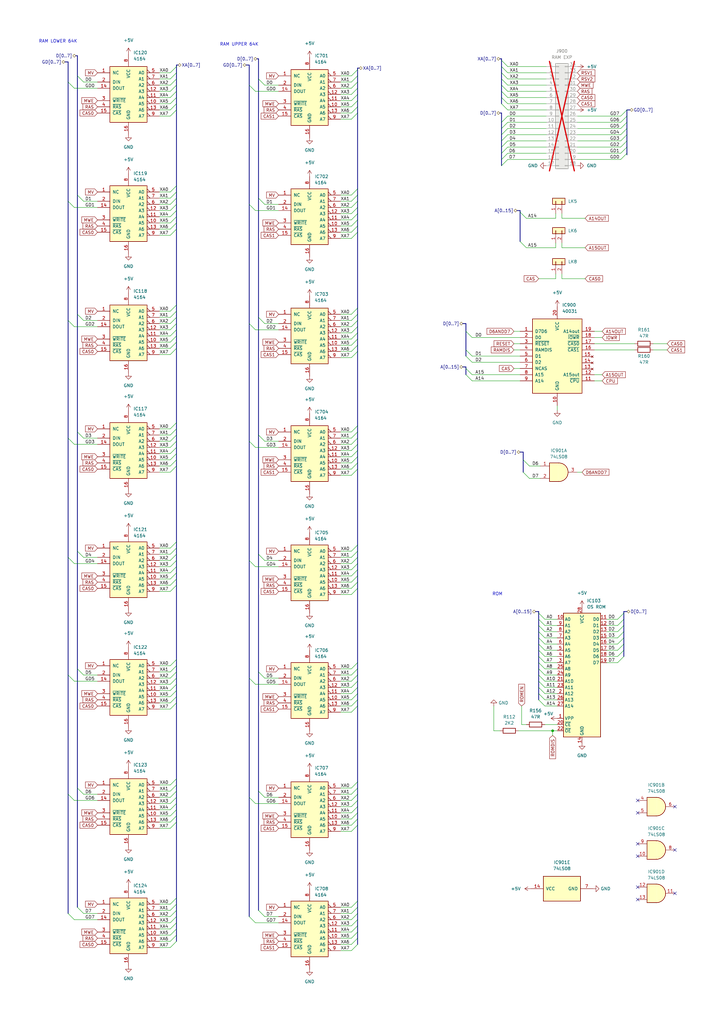
<source format=kicad_sch>
(kicad_sch (version 20230121) (generator eeschema)
  (paper "A3" portrait)
  (junction (at 226.695 299.72))
  (no_connect (at 261.62 368.935))
  (no_connect (at 261.62 363.855))
  (no_connect (at 261.62 351.155))
  (no_connect (at 261.62 346.075))
  (no_connect (at 261.62 333.375))
  (no_connect (at 261.62 328.295))
  (no_connect (at 276.86 366.395))
  (no_connect (at 276.86 348.615))
  (no_connect (at 276.86 330.835))
  (bus_entry (at 69.85 45.085) (size 2.54 -2.54))
  (bus_entry (at 27.94 33.655) (size 2.54 2.54))
  (bus_entry (at 31.75 31.115) (size 2.54 2.54))
  (bus_entry (at 220.98 279.4) (size 2.54 2.54))
  (bus_entry (at 69.85 130.175) (size 2.54 -2.54))
  (bus_entry (at 144.145 238.76) (size 2.54 -2.54))
  (bus_entry (at 69.85 332.105) (size 2.54 -2.54))
  (bus_entry (at 208.28 27.305) (size -2.54 -2.54))
  (bus_entry (at 69.85 240.03) (size 2.54 -2.54))
  (bus_entry (at 106.045 81.28) (size 2.54 2.54))
  (bus_entry (at 208.28 32.385) (size -2.54 -2.54))
  (bus_entry (at 254.635 55.245) (size 2.54 -2.54))
  (bus_entry (at 69.85 88.9) (size 2.54 -2.54))
  (bus_entry (at 69.85 175.895) (size 2.54 -2.54))
  (bus_entry (at 69.85 280.67) (size 2.54 -2.54))
  (bus_entry (at 69.85 334.645) (size 2.54 -2.54))
  (bus_entry (at 144.145 372.11) (size 2.54 -2.54))
  (bus_entry (at 144.145 187.325) (size 2.54 -2.54))
  (bus_entry (at 69.85 180.975) (size 2.54 -2.54))
  (bus_entry (at 69.85 242.57) (size 2.54 -2.54))
  (bus_entry (at 144.145 325.755) (size 2.54 -2.54))
  (bus_entry (at 144.145 82.55) (size 2.54 -2.54))
  (bus_entry (at 144.145 226.06) (size 2.54 -2.54))
  (bus_entry (at 69.85 370.84) (size 2.54 -2.54))
  (bus_entry (at 144.145 335.915) (size 2.54 -2.54))
  (bus_entry (at 69.85 232.41) (size 2.54 -2.54))
  (bus_entry (at 144.145 276.86) (size 2.54 -2.54))
  (bus_entry (at 144.145 184.785) (size 2.54 -2.54))
  (bus_entry (at 69.85 78.74) (size 2.54 -2.54))
  (bus_entry (at 213.36 99.06) (size 2.54 2.54))
  (bus_entry (at 193.675 138.43) (size -2.54 -2.54))
  (bus_entry (at 193.675 148.59) (size -2.54 -2.54))
  (bus_entry (at 69.85 186.055) (size 2.54 -2.54))
  (bus_entry (at 213.36 86.995) (size 2.54 2.54))
  (bus_entry (at 31.75 177.165) (size 2.54 2.54))
  (bus_entry (at 144.145 33.655) (size 2.54 -2.54))
  (bus_entry (at 69.85 42.545) (size 2.54 -2.54))
  (bus_entry (at 106.045 130.175) (size 2.54 2.54))
  (bus_entry (at 69.85 193.675) (size 2.54 -2.54))
  (bus_entry (at 69.85 93.98) (size 2.54 -2.54))
  (bus_entry (at 144.145 241.3) (size 2.54 -2.54))
  (bus_entry (at 144.145 279.4) (size 2.54 -2.54))
  (bus_entry (at 69.85 188.595) (size 2.54 -2.54))
  (bus_entry (at 144.145 90.17) (size 2.54 -2.54))
  (bus_entry (at 69.85 142.875) (size 2.54 -2.54))
  (bus_entry (at 220.98 264.16) (size 2.54 2.54))
  (bus_entry (at 220.98 276.86) (size 2.54 2.54))
  (bus_entry (at 191.135 151.13) (size 2.54 2.54))
  (bus_entry (at 144.145 133.985) (size 2.54 -2.54))
  (bus_entry (at 254.635 57.785) (size 2.54 -2.54))
  (bus_entry (at 220.98 256.54) (size 2.54 2.54))
  (bus_entry (at 144.145 231.14) (size 2.54 -2.54))
  (bus_entry (at 144.145 189.865) (size 2.54 -2.54))
  (bus_entry (at 144.145 287.02) (size 2.54 -2.54))
  (bus_entry (at 144.145 274.32) (size 2.54 -2.54))
  (bus_entry (at 220.98 261.62) (size 2.54 2.54))
  (bus_entry (at 144.145 243.84) (size 2.54 -2.54))
  (bus_entry (at 220.98 284.48) (size 2.54 2.54))
  (bus_entry (at 220.98 287.02) (size 2.54 2.54))
  (bus_entry (at 220.98 281.94) (size 2.54 2.54))
  (bus_entry (at 69.85 327.025) (size 2.54 -2.54))
  (bus_entry (at 217.17 191.135) (size -2.54 -2.54))
  (bus_entry (at 220.98 269.24) (size 2.54 2.54))
  (bus_entry (at 69.85 135.255) (size 2.54 -2.54))
  (bus_entry (at 69.85 339.725) (size 2.54 -2.54))
  (bus_entry (at 220.98 266.7) (size 2.54 2.54))
  (bus_entry (at 220.98 259.08) (size 2.54 2.54))
  (bus_entry (at 144.145 36.195) (size 2.54 -2.54))
  (bus_entry (at 69.85 96.52) (size 2.54 -2.54))
  (bus_entry (at 205.74 60.325) (size 2.54 -2.54))
  (bus_entry (at 69.85 32.385) (size 2.54 -2.54))
  (bus_entry (at 254.635 47.625) (size 2.54 -2.54))
  (bus_entry (at 205.74 57.785) (size 2.54 -2.54))
  (bus_entry (at 253.365 259.08) (size 2.54 -2.54))
  (bus_entry (at 69.85 224.79) (size 2.54 -2.54))
  (bus_entry (at 27.94 179.705) (size 2.54 2.54))
  (bus_entry (at 144.145 92.71) (size 2.54 -2.54))
  (bus_entry (at 144.145 289.56) (size 2.54 -2.54))
  (bus_entry (at 144.145 333.375) (size 2.54 -2.54))
  (bus_entry (at 69.85 86.36) (size 2.54 -2.54))
  (bus_entry (at 254.635 65.405) (size 2.54 -2.54))
  (bus_entry (at 144.145 48.895) (size 2.54 -2.54))
  (bus_entry (at 27.94 325.755) (size 2.54 2.54))
  (bus_entry (at 144.145 182.245) (size 2.54 -2.54))
  (bus_entry (at 144.145 387.35) (size 2.54 -2.54))
  (bus_entry (at 69.85 40.005) (size 2.54 -2.54))
  (bus_entry (at 106.045 32.385) (size 2.54 2.54))
  (bus_entry (at 144.145 236.22) (size 2.54 -2.54))
  (bus_entry (at 27.94 82.55) (size 2.54 2.54))
  (bus_entry (at 69.85 91.44) (size 2.54 -2.54))
  (bus_entry (at 69.85 137.795) (size 2.54 -2.54))
  (bus_entry (at 220.98 251.46) (size 2.54 2.54))
  (bus_entry (at 144.145 38.735) (size 2.54 -2.54))
  (bus_entry (at 106.045 373.38) (size 2.54 2.54))
  (bus_entry (at 69.85 278.13) (size 2.54 -2.54))
  (bus_entry (at 69.85 321.945) (size 2.54 -2.54))
  (bus_entry (at 31.75 274.32) (size 2.54 2.54))
  (bus_entry (at 144.145 128.905) (size 2.54 -2.54))
  (bus_entry (at 69.85 375.92) (size 2.54 -2.54))
  (bus_entry (at 69.85 81.28) (size 2.54 -2.54))
  (bus_entry (at 69.85 283.21) (size 2.54 -2.54))
  (bus_entry (at 205.74 67.945) (size 2.54 -2.54))
  (bus_entry (at 144.145 41.275) (size 2.54 -2.54))
  (bus_entry (at 144.145 80.01) (size 2.54 -2.54))
  (bus_entry (at 144.145 292.1) (size 2.54 -2.54))
  (bus_entry (at 69.85 378.46) (size 2.54 -2.54))
  (bus_entry (at 106.045 324.485) (size 2.54 2.54))
  (bus_entry (at 69.85 381) (size 2.54 -2.54))
  (bus_entry (at 69.85 47.625) (size 2.54 -2.54))
  (bus_entry (at 205.74 62.865) (size 2.54 -2.54))
  (bus_entry (at 254.635 62.865) (size 2.54 -2.54))
  (bus_entry (at 144.145 139.065) (size 2.54 -2.54))
  (bus_entry (at 144.145 194.945) (size 2.54 -2.54))
  (bus_entry (at 31.75 323.215) (size 2.54 2.54))
  (bus_entry (at 102.235 327.025) (size 2.54 2.54))
  (bus_entry (at 254.635 52.705) (size 2.54 -2.54))
  (bus_entry (at 253.365 264.16) (size 2.54 -2.54))
  (bus_entry (at 69.85 273.05) (size 2.54 -2.54))
  (bus_entry (at 102.235 375.92) (size 2.54 2.54))
  (bus_entry (at 220.98 254) (size 2.54 2.54))
  (bus_entry (at 69.85 140.335) (size 2.54 -2.54))
  (bus_entry (at 27.94 131.445) (size 2.54 2.54))
  (bus_entry (at 144.145 136.525) (size 2.54 -2.54))
  (bus_entry (at 253.365 261.62) (size 2.54 -2.54))
  (bus_entry (at 144.145 192.405) (size 2.54 -2.54))
  (bus_entry (at 144.145 340.995) (size 2.54 -2.54))
  (bus_entry (at 144.145 31.115) (size 2.54 -2.54))
  (bus_entry (at 69.85 383.54) (size 2.54 -2.54))
  (bus_entry (at 253.365 266.7) (size 2.54 -2.54))
  (bus_entry (at 253.365 256.54) (size 2.54 -2.54))
  (bus_entry (at 102.235 83.82) (size 2.54 2.54))
  (bus_entry (at 69.85 324.485) (size 2.54 -2.54))
  (bus_entry (at 31.75 128.905) (size 2.54 2.54))
  (bus_entry (at 69.85 178.435) (size 2.54 -2.54))
  (bus_entry (at 254.635 60.325) (size 2.54 -2.54))
  (bus_entry (at 69.85 386.08) (size 2.54 -2.54))
  (bus_entry (at 144.145 131.445) (size 2.54 -2.54))
  (bus_entry (at 205.74 65.405) (size 2.54 -2.54))
  (bus_entry (at 69.85 227.33) (size 2.54 -2.54))
  (bus_entry (at 144.145 330.835) (size 2.54 -2.54))
  (bus_entry (at 144.145 228.6) (size 2.54 -2.54))
  (bus_entry (at 144.145 233.68) (size 2.54 -2.54))
  (bus_entry (at 69.85 285.75) (size 2.54 -2.54))
  (bus_entry (at 144.145 328.295) (size 2.54 -2.54))
  (bus_entry (at 69.85 234.95) (size 2.54 -2.54))
  (bus_entry (at 144.145 85.09) (size 2.54 -2.54))
  (bus_entry (at 144.145 141.605) (size 2.54 -2.54))
  (bus_entry (at 69.85 29.845) (size 2.54 -2.54))
  (bus_entry (at 69.85 83.82) (size 2.54 -2.54))
  (bus_entry (at 27.94 228.6) (size 2.54 2.54))
  (bus_entry (at 205.74 52.705) (size 2.54 -2.54))
  (bus_entry (at 205.74 50.165) (size 2.54 -2.54))
  (bus_entry (at 144.145 87.63) (size 2.54 -2.54))
  (bus_entry (at 31.75 226.06) (size 2.54 2.54))
  (bus_entry (at 144.145 284.48) (size 2.54 -2.54))
  (bus_entry (at 144.145 46.355) (size 2.54 -2.54))
  (bus_entry (at 253.365 254) (size 2.54 -2.54))
  (bus_entry (at 144.145 97.79) (size 2.54 -2.54))
  (bus_entry (at 69.85 329.565) (size 2.54 -2.54))
  (bus_entry (at 102.235 34.925) (size 2.54 2.54))
  (bus_entry (at 69.85 191.135) (size 2.54 -2.54))
  (bus_entry (at 27.94 374.65) (size 2.54 2.54))
  (bus_entry (at 144.145 43.815) (size 2.54 -2.54))
  (bus_entry (at 102.235 229.87) (size 2.54 2.54))
  (bus_entry (at 208.28 40.005) (size -2.54 -2.54))
  (bus_entry (at 69.85 229.87) (size 2.54 -2.54))
  (bus_entry (at 220.98 274.32) (size 2.54 2.54))
  (bus_entry (at 191.135 153.67) (size 2.54 2.54))
  (bus_entry (at 205.74 55.245) (size 2.54 -2.54))
  (bus_entry (at 69.85 37.465) (size 2.54 -2.54))
  (bus_entry (at 144.145 384.81) (size 2.54 -2.54))
  (bus_entry (at 144.145 374.65) (size 2.54 -2.54))
  (bus_entry (at 144.145 338.455) (size 2.54 -2.54))
  (bus_entry (at 69.85 132.715) (size 2.54 -2.54))
  (bus_entry (at 217.17 196.215) (size -2.54 -2.54))
  (bus_entry (at 253.365 269.24) (size 2.54 -2.54))
  (bus_entry (at 144.145 95.25) (size 2.54 -2.54))
  (bus_entry (at 69.85 290.83) (size 2.54 -2.54))
  (bus_entry (at 102.235 278.13) (size 2.54 2.54))
  (bus_entry (at 69.85 388.62) (size 2.54 -2.54))
  (bus_entry (at 69.85 34.925) (size 2.54 -2.54))
  (bus_entry (at 69.85 127.635) (size 2.54 -2.54))
  (bus_entry (at 144.145 177.165) (size 2.54 -2.54))
  (bus_entry (at 69.85 183.515) (size 2.54 -2.54))
  (bus_entry (at 208.28 42.545) (size -2.54 -2.54))
  (bus_entry (at 208.28 37.465) (size -2.54 -2.54))
  (bus_entry (at 220.98 271.78) (size 2.54 2.54))
  (bus_entry (at 208.28 29.845) (size -2.54 -2.54))
  (bus_entry (at 102.235 132.715) (size 2.54 2.54))
  (bus_entry (at 144.145 146.685) (size 2.54 -2.54))
  (bus_entry (at 144.145 382.27) (size 2.54 -2.54))
  (bus_entry (at 31.75 80.01) (size 2.54 2.54))
  (bus_entry (at 69.85 288.29) (size 2.54 -2.54))
  (bus_entry (at 144.145 379.73) (size 2.54 -2.54))
  (bus_entry (at 208.28 34.925) (size -2.54 -2.54))
  (bus_entry (at 144.145 179.705) (size 2.54 -2.54))
  (bus_entry (at 69.85 337.185) (size 2.54 -2.54))
  (bus_entry (at 144.145 323.215) (size 2.54 -2.54))
  (bus_entry (at 106.045 227.33) (size 2.54 2.54))
  (bus_entry (at 253.365 271.78) (size 2.54 -2.54))
  (bus_entry (at 69.85 145.415) (size 2.54 -2.54))
  (bus_entry (at 69.85 237.49) (size 2.54 -2.54))
  (bus_entry (at 144.145 144.145) (size 2.54 -2.54))
  (bus_entry (at 144.145 377.19) (size 2.54 -2.54))
  (bus_entry (at 102.235 180.975) (size 2.54 2.54))
  (bus_entry (at 208.28 45.085) (size -2.54 -2.54))
  (bus_entry (at 106.045 275.59) (size 2.54 2.54))
  (bus_entry (at 254.635 50.165) (size 2.54 -2.54))
  (bus_entry (at 191.135 143.51) (size 2.54 2.54))
  (bus_entry (at 144.145 281.94) (size 2.54 -2.54))
  (bus_entry (at 27.94 276.86) (size 2.54 2.54))
  (bus_entry (at 31.75 372.11) (size 2.54 2.54))
  (bus_entry (at 69.85 275.59) (size 2.54 -2.54))
  (bus_entry (at 144.145 389.89) (size 2.54 -2.54))
  (bus_entry (at 106.045 178.435) (size 2.54 2.54))
  (bus_entry (at 69.85 373.38) (size 2.54 -2.54))
  (bus (pts (xy 146.685 131.445) (xy 146.685 133.985)))
  (bus (pts (xy 205.74 37.465) (xy 205.74 40.005)))
  (bus (pts (xy 106.045 324.485) (xy 106.045 373.38)))
  (bus (pts (xy 72.39 135.255) (xy 72.39 137.795)))
  (wire (pts (xy 139.7 187.325) (xy 144.145 187.325)))
  (bus (pts (xy 106.045 130.175) (xy 106.045 178.435)))
  (wire (pts (xy 65.405 45.085) (xy 69.85 45.085)))
  (wire (pts (xy 108.585 132.715) (xy 114.3 132.715)))
  (bus (pts (xy 146.685 41.275) (xy 146.685 43.815)))
  (bus (pts (xy 146.685 333.375) (xy 146.685 335.915)))
  (wire (pts (xy 213.995 289.56) (xy 213.995 297.18)))
  (wire (pts (xy 236.855 60.325) (xy 254.635 60.325)))
  (wire (pts (xy 220.98 114.3) (xy 227.965 114.3)))
  (bus (pts (xy 146.685 92.71) (xy 146.685 95.25)))
  (bus (pts (xy 31.75 22.86) (xy 31.75 31.115)))
  (bus (pts (xy 72.39 191.135) (xy 72.39 222.25)))
  (bus (pts (xy 72.39 45.085) (xy 72.39 76.2)))
  (bus (pts (xy 191.135 151.13) (xy 191.135 153.67)))
  (wire (pts (xy 223.52 279.4) (xy 228.6 279.4)))
  (wire (pts (xy 208.28 42.545) (xy 224.155 42.545)))
  (bus (pts (xy 102.235 327.025) (xy 102.235 375.92)))
  (wire (pts (xy 104.775 329.565) (xy 114.3 329.565)))
  (wire (pts (xy 226.695 299.72) (xy 226.695 301.625)))
  (wire (pts (xy 243.84 153.67) (xy 247.015 153.67)))
  (bus (pts (xy 205.74 57.785) (xy 205.74 60.325)))
  (wire (pts (xy 139.7 146.685) (xy 144.145 146.685)))
  (wire (pts (xy 30.48 36.195) (xy 40.005 36.195)))
  (wire (pts (xy 208.28 40.005) (xy 224.155 40.005)))
  (bus (pts (xy 257.175 50.165) (xy 257.175 52.705)))
  (bus (pts (xy 72.39 29.845) (xy 72.39 32.385)))
  (wire (pts (xy 34.29 276.86) (xy 40.005 276.86)))
  (wire (pts (xy 139.7 80.01) (xy 144.145 80.01)))
  (bus (pts (xy 146.685 372.11) (xy 146.685 374.65)))
  (bus (pts (xy 27.94 325.755) (xy 27.94 374.65)))
  (wire (pts (xy 139.7 46.355) (xy 144.145 46.355)))
  (bus (pts (xy 72.39 273.05) (xy 72.39 275.59)))
  (bus (pts (xy 191.135 135.89) (xy 191.135 143.51)))
  (wire (pts (xy 193.675 146.05) (xy 213.36 146.05)))
  (wire (pts (xy 65.405 329.565) (xy 69.85 329.565)))
  (bus (pts (xy 146.685 174.625) (xy 146.685 177.165)))
  (wire (pts (xy 139.7 338.455) (xy 144.145 338.455)))
  (wire (pts (xy 65.405 145.415) (xy 69.85 145.415)))
  (bus (pts (xy 102.235 132.715) (xy 102.235 180.975)))
  (bus (pts (xy 146.685 226.06) (xy 146.685 228.6)))
  (bus (pts (xy 213.36 185.42) (xy 214.63 185.42)))
  (wire (pts (xy 139.7 43.815) (xy 144.145 43.815)))
  (bus (pts (xy 72.39 240.03) (xy 72.39 270.51)))
  (wire (pts (xy 139.7 144.145) (xy 144.145 144.145)))
  (bus (pts (xy 205.74 60.325) (xy 205.74 62.865)))
  (wire (pts (xy 139.7 284.48) (xy 144.145 284.48)))
  (wire (pts (xy 139.7 38.735) (xy 144.145 38.735)))
  (bus (pts (xy 27.94 25.4) (xy 27.94 33.655)))
  (bus (pts (xy 146.685 377.19) (xy 146.685 379.73)))
  (bus (pts (xy 106.045 227.33) (xy 106.045 275.59)))
  (bus (pts (xy 72.39 370.84) (xy 72.39 373.38)))
  (bus (pts (xy 72.39 78.74) (xy 72.39 81.28)))
  (wire (pts (xy 230.505 101.6) (xy 230.505 99.695)))
  (wire (pts (xy 65.405 191.135) (xy 69.85 191.135)))
  (wire (pts (xy 139.7 97.79) (xy 144.145 97.79)))
  (wire (pts (xy 65.405 132.715) (xy 69.85 132.715)))
  (wire (pts (xy 139.7 236.22) (xy 144.145 236.22)))
  (wire (pts (xy 139.7 228.6) (xy 144.145 228.6)))
  (bus (pts (xy 72.39 319.405) (xy 72.39 321.945)))
  (wire (pts (xy 65.405 130.175) (xy 69.85 130.175)))
  (wire (pts (xy 65.405 332.105) (xy 69.85 332.105)))
  (bus (pts (xy 220.98 261.62) (xy 220.98 264.16)))
  (wire (pts (xy 65.405 275.59) (xy 69.85 275.59)))
  (wire (pts (xy 65.405 232.41) (xy 69.85 232.41)))
  (wire (pts (xy 139.7 194.945) (xy 144.145 194.945)))
  (wire (pts (xy 223.52 261.62) (xy 228.6 261.62)))
  (wire (pts (xy 236.855 57.785) (xy 254.635 57.785)))
  (wire (pts (xy 139.7 330.835) (xy 144.145 330.835)))
  (bus (pts (xy 205.74 24.765) (xy 205.74 27.305)))
  (bus (pts (xy 31.75 31.115) (xy 31.75 80.01)))
  (bus (pts (xy 146.685 223.52) (xy 146.685 226.06)))
  (wire (pts (xy 104.775 378.46) (xy 114.3 378.46)))
  (bus (pts (xy 72.39 173.355) (xy 72.39 175.895)))
  (bus (pts (xy 257.175 60.325) (xy 257.175 62.865)))
  (bus (pts (xy 191.135 150.495) (xy 191.135 151.13)))
  (bus (pts (xy 255.905 266.7) (xy 255.905 269.24)))
  (bus (pts (xy 27.94 82.55) (xy 27.94 131.445)))
  (bus (pts (xy 146.685 236.22) (xy 146.685 238.76)))
  (wire (pts (xy 139.7 182.245) (xy 144.145 182.245)))
  (wire (pts (xy 65.405 234.95) (xy 69.85 234.95)))
  (wire (pts (xy 139.7 325.755) (xy 144.145 325.755)))
  (wire (pts (xy 65.405 224.79) (xy 69.85 224.79)))
  (wire (pts (xy 210.82 151.13) (xy 213.36 151.13)))
  (wire (pts (xy 210.82 143.51) (xy 213.36 143.51)))
  (bus (pts (xy 102.235 83.82) (xy 102.235 132.715)))
  (bus (pts (xy 255.905 256.54) (xy 255.905 259.08)))
  (bus (pts (xy 205.74 55.245) (xy 205.74 57.785)))
  (bus (pts (xy 72.39 125.095) (xy 72.39 127.635)))
  (bus (pts (xy 146.685 287.02) (xy 146.685 289.56)))
  (bus (pts (xy 106.045 24.13) (xy 106.045 32.385)))
  (wire (pts (xy 104.775 183.515) (xy 114.3 183.515)))
  (bus (pts (xy 146.685 320.675) (xy 146.685 323.215)))
  (wire (pts (xy 65.405 381) (xy 69.85 381)))
  (bus (pts (xy 146.685 182.245) (xy 146.685 184.785)))
  (bus (pts (xy 205.74 24.13) (xy 205.74 24.765)))
  (wire (pts (xy 208.28 60.325) (xy 224.155 60.325)))
  (wire (pts (xy 247.015 138.43) (xy 243.84 138.43)))
  (bus (pts (xy 146.685 177.165) (xy 146.685 179.705)))
  (bus (pts (xy 146.685 284.48) (xy 146.685 287.02)))
  (bus (pts (xy 220.98 276.86) (xy 220.98 279.4)))
  (bus (pts (xy 72.39 76.2) (xy 72.39 78.74)))
  (bus (pts (xy 72.39 337.185) (xy 72.39 368.3)))
  (wire (pts (xy 30.48 231.14) (xy 40.005 231.14)))
  (bus (pts (xy 255.905 264.16) (xy 255.905 266.7)))
  (wire (pts (xy 139.7 141.605) (xy 144.145 141.605)))
  (bus (pts (xy 146.685 279.4) (xy 146.685 281.94)))
  (bus (pts (xy 72.39 368.3) (xy 72.39 370.84)))
  (bus (pts (xy 220.98 256.54) (xy 220.98 259.08)))
  (wire (pts (xy 208.28 65.405) (xy 224.155 65.405)))
  (bus (pts (xy 146.685 31.115) (xy 146.685 33.655)))
  (wire (pts (xy 223.52 271.78) (xy 228.6 271.78)))
  (bus (pts (xy 257.175 62.865) (xy 257.175 63.5)))
  (wire (pts (xy 108.585 180.975) (xy 114.3 180.975)))
  (bus (pts (xy 205.74 29.845) (xy 205.74 32.385)))
  (wire (pts (xy 223.52 287.02) (xy 228.6 287.02)))
  (bus (pts (xy 146.685 90.17) (xy 146.685 92.71)))
  (bus (pts (xy 146.685 384.81) (xy 146.685 387.35)))
  (wire (pts (xy 65.405 93.98) (xy 69.85 93.98)))
  (wire (pts (xy 139.7 90.17) (xy 144.145 90.17)))
  (wire (pts (xy 228.6 168.275) (xy 228.6 166.37)))
  (wire (pts (xy 139.7 328.295) (xy 144.145 328.295)))
  (wire (pts (xy 139.7 281.94) (xy 144.145 281.94)))
  (bus (pts (xy 220.98 281.94) (xy 220.98 284.48)))
  (bus (pts (xy 72.39 334.645) (xy 72.39 337.185)))
  (bus (pts (xy 189.865 132.715) (xy 191.135 132.715)))
  (bus (pts (xy 205.74 52.705) (xy 205.74 55.245)))
  (bus (pts (xy 72.39 234.95) (xy 72.39 237.49)))
  (wire (pts (xy 65.405 334.645) (xy 69.85 334.645)))
  (wire (pts (xy 108.585 327.025) (xy 114.3 327.025)))
  (wire (pts (xy 236.855 47.625) (xy 254.635 47.625)))
  (wire (pts (xy 139.7 372.11) (xy 144.145 372.11)))
  (wire (pts (xy 65.405 88.9) (xy 69.85 88.9)))
  (wire (pts (xy 139.7 136.525) (xy 144.145 136.525)))
  (bus (pts (xy 72.39 34.925) (xy 72.39 37.465)))
  (bus (pts (xy 146.685 36.195) (xy 146.685 38.735)))
  (bus (pts (xy 72.39 381) (xy 72.39 383.54)))
  (bus (pts (xy 106.045 81.28) (xy 106.045 130.175)))
  (bus (pts (xy 147.32 27.94) (xy 146.685 27.94)))
  (bus (pts (xy 72.39 229.87) (xy 72.39 232.41)))
  (bus (pts (xy 205.105 46.355) (xy 205.74 46.355)))
  (bus (pts (xy 26.67 25.4) (xy 27.94 25.4)))
  (wire (pts (xy 215.9 89.535) (xy 227.965 89.535)))
  (bus (pts (xy 255.905 259.08) (xy 255.905 261.62)))
  (wire (pts (xy 193.675 153.67) (xy 213.36 153.67)))
  (bus (pts (xy 27.94 131.445) (xy 27.94 179.705)))
  (wire (pts (xy 139.7 289.56) (xy 144.145 289.56)))
  (wire (pts (xy 208.28 62.865) (xy 224.155 62.865)))
  (bus (pts (xy 146.685 187.325) (xy 146.685 189.865)))
  (bus (pts (xy 72.39 130.175) (xy 72.39 132.715)))
  (wire (pts (xy 139.7 377.19) (xy 144.145 377.19)))
  (bus (pts (xy 72.39 40.005) (xy 72.39 42.545)))
  (wire (pts (xy 139.7 335.915) (xy 144.145 335.915)))
  (wire (pts (xy 223.52 264.16) (xy 228.6 264.16)))
  (bus (pts (xy 72.39 288.29) (xy 72.39 319.405)))
  (wire (pts (xy 65.405 32.385) (xy 69.85 32.385)))
  (wire (pts (xy 65.405 324.485) (xy 69.85 324.485)))
  (bus (pts (xy 72.39 227.33) (xy 72.39 229.87)))
  (bus (pts (xy 72.39 373.38) (xy 72.39 375.92)))
  (bus (pts (xy 72.39 186.055) (xy 72.39 188.595)))
  (wire (pts (xy 65.405 337.185) (xy 69.85 337.185)))
  (wire (pts (xy 65.405 188.595) (xy 69.85 188.595)))
  (wire (pts (xy 208.28 37.465) (xy 224.155 37.465)))
  (wire (pts (xy 221.615 191.135) (xy 217.17 191.135)))
  (bus (pts (xy 146.685 369.57) (xy 146.685 372.11)))
  (wire (pts (xy 104.775 135.255) (xy 114.3 135.255)))
  (wire (pts (xy 139.7 179.705) (xy 144.145 179.705)))
  (wire (pts (xy 65.405 339.725) (xy 69.85 339.725)))
  (wire (pts (xy 65.405 242.57) (xy 69.85 242.57)))
  (bus (pts (xy 146.685 276.86) (xy 146.685 279.4)))
  (wire (pts (xy 65.405 96.52) (xy 69.85 96.52)))
  (wire (pts (xy 208.28 34.925) (xy 224.155 34.925)))
  (bus (pts (xy 146.685 192.405) (xy 146.685 223.52)))
  (wire (pts (xy 208.28 55.245) (xy 224.155 55.245)))
  (bus (pts (xy 146.685 274.32) (xy 146.685 276.86)))
  (bus (pts (xy 146.685 328.295) (xy 146.685 330.835)))
  (wire (pts (xy 30.48 85.09) (xy 40.005 85.09)))
  (bus (pts (xy 27.94 276.86) (xy 27.94 325.755)))
  (bus (pts (xy 220.98 266.7) (xy 220.98 269.24)))
  (bus (pts (xy 255.905 251.46) (xy 255.905 254)))
  (bus (pts (xy 205.74 65.405) (xy 205.74 67.945)))
  (bus (pts (xy 72.39 329.565) (xy 72.39 332.105)))
  (bus (pts (xy 72.39 332.105) (xy 72.39 334.645)))
  (wire (pts (xy 230.505 89.535) (xy 230.505 87.63)))
  (wire (pts (xy 208.28 50.165) (xy 224.155 50.165)))
  (bus (pts (xy 72.39 222.25) (xy 72.39 224.79)))
  (wire (pts (xy 139.7 128.905) (xy 144.145 128.905)))
  (bus (pts (xy 146.685 139.065) (xy 146.685 141.605)))
  (bus (pts (xy 72.39 327.025) (xy 72.39 329.565)))
  (wire (pts (xy 139.7 92.71) (xy 144.145 92.71)))
  (wire (pts (xy 104.775 280.67) (xy 114.3 280.67)))
  (wire (pts (xy 65.405 40.005) (xy 69.85 40.005)))
  (bus (pts (xy 146.685 82.55) (xy 146.685 85.09)))
  (bus (pts (xy 220.98 279.4) (xy 220.98 281.94)))
  (bus (pts (xy 146.685 27.94) (xy 146.685 28.575)))
  (bus (pts (xy 146.685 231.14) (xy 146.685 233.68)))
  (wire (pts (xy 215.9 297.18) (xy 213.995 297.18)))
  (wire (pts (xy 139.7 184.785) (xy 144.145 184.785)))
  (wire (pts (xy 30.48 279.4) (xy 40.005 279.4)))
  (bus (pts (xy 72.39 93.98) (xy 72.39 125.095)))
  (bus (pts (xy 146.685 382.27) (xy 146.685 384.81)))
  (wire (pts (xy 34.29 33.655) (xy 40.005 33.655)))
  (bus (pts (xy 72.39 283.21) (xy 72.39 285.75)))
  (wire (pts (xy 65.405 280.67) (xy 69.85 280.67)))
  (wire (pts (xy 65.405 42.545) (xy 69.85 42.545)))
  (wire (pts (xy 139.7 279.4) (xy 144.145 279.4)))
  (bus (pts (xy 72.39 26.67) (xy 72.39 27.305)))
  (bus (pts (xy 106.045 178.435) (xy 106.045 227.33)))
  (wire (pts (xy 139.7 189.865) (xy 144.145 189.865)))
  (wire (pts (xy 65.405 278.13) (xy 69.85 278.13)))
  (bus (pts (xy 146.685 379.73) (xy 146.685 382.27)))
  (wire (pts (xy 139.7 233.68) (xy 144.145 233.68)))
  (wire (pts (xy 108.585 34.925) (xy 114.3 34.925)))
  (bus (pts (xy 100.965 26.67) (xy 102.235 26.67)))
  (wire (pts (xy 215.9 101.6) (xy 227.965 101.6)))
  (wire (pts (xy 65.405 375.92) (xy 69.85 375.92)))
  (bus (pts (xy 205.74 32.385) (xy 205.74 34.925)))
  (bus (pts (xy 146.685 184.785) (xy 146.685 187.325)))
  (bus (pts (xy 146.685 28.575) (xy 146.685 31.115)))
  (wire (pts (xy 139.7 238.76) (xy 144.145 238.76)))
  (bus (pts (xy 72.39 237.49) (xy 72.39 240.03)))
  (wire (pts (xy 223.52 289.56) (xy 228.6 289.56)))
  (wire (pts (xy 65.405 34.925) (xy 69.85 34.925)))
  (bus (pts (xy 257.175 52.705) (xy 257.175 55.245)))
  (wire (pts (xy 65.405 229.87) (xy 69.85 229.87)))
  (wire (pts (xy 223.52 274.32) (xy 228.6 274.32)))
  (bus (pts (xy 146.685 128.905) (xy 146.685 131.445)))
  (wire (pts (xy 65.405 47.625) (xy 69.85 47.625)))
  (bus (pts (xy 72.39 183.515) (xy 72.39 186.055)))
  (wire (pts (xy 248.92 269.24) (xy 253.365 269.24)))
  (wire (pts (xy 240.03 89.535) (xy 230.505 89.535)))
  (wire (pts (xy 273.685 140.97) (xy 267.97 140.97)))
  (bus (pts (xy 146.685 95.25) (xy 146.685 126.365)))
  (wire (pts (xy 65.405 178.435) (xy 69.85 178.435)))
  (bus (pts (xy 212.09 86.36) (xy 213.36 86.36)))
  (bus (pts (xy 258.445 45.085) (xy 257.175 45.085)))
  (wire (pts (xy 139.7 243.84) (xy 144.145 243.84)))
  (wire (pts (xy 65.405 237.49) (xy 69.85 237.49)))
  (bus (pts (xy 146.685 233.68) (xy 146.685 236.22)))
  (bus (pts (xy 146.685 136.525) (xy 146.685 139.065)))
  (wire (pts (xy 104.775 37.465) (xy 114.3 37.465)))
  (wire (pts (xy 247.015 135.89) (xy 243.84 135.89)))
  (bus (pts (xy 72.39 127.635) (xy 72.39 130.175)))
  (wire (pts (xy 65.405 86.36) (xy 69.85 86.36)))
  (wire (pts (xy 139.7 382.27) (xy 144.145 382.27)))
  (wire (pts (xy 139.7 333.375) (xy 144.145 333.375)))
  (wire (pts (xy 208.28 47.625) (xy 224.155 47.625)))
  (bus (pts (xy 191.135 132.715) (xy 191.135 135.89)))
  (wire (pts (xy 139.7 323.215) (xy 144.145 323.215)))
  (bus (pts (xy 72.39 178.435) (xy 72.39 180.975)))
  (wire (pts (xy 248.92 254) (xy 253.365 254)))
  (bus (pts (xy 220.98 284.48) (xy 220.98 287.02)))
  (bus (pts (xy 220.98 250.825) (xy 220.98 251.46)))
  (wire (pts (xy 208.28 57.785) (xy 224.155 57.785)))
  (wire (pts (xy 65.405 373.38) (xy 69.85 373.38)))
  (bus (pts (xy 72.39 232.41) (xy 72.39 234.95)))
  (wire (pts (xy 34.29 374.65) (xy 40.005 374.65)))
  (wire (pts (xy 223.52 269.24) (xy 228.6 269.24)))
  (bus (pts (xy 72.39 137.795) (xy 72.39 140.335)))
  (wire (pts (xy 248.92 271.78) (xy 253.365 271.78)))
  (wire (pts (xy 248.92 261.62) (xy 253.365 261.62)))
  (bus (pts (xy 72.39 275.59) (xy 72.39 278.13)))
  (wire (pts (xy 65.405 135.255) (xy 69.85 135.255)))
  (bus (pts (xy 31.115 22.86) (xy 31.75 22.86)))
  (bus (pts (xy 72.39 375.92) (xy 72.39 378.46)))
  (wire (pts (xy 108.585 83.82) (xy 114.3 83.82)))
  (wire (pts (xy 65.405 137.795) (xy 69.85 137.795)))
  (wire (pts (xy 193.675 156.21) (xy 213.36 156.21)))
  (wire (pts (xy 34.29 179.705) (xy 40.005 179.705)))
  (wire (pts (xy 223.52 276.86) (xy 228.6 276.86)))
  (bus (pts (xy 146.685 77.47) (xy 146.685 80.01)))
  (wire (pts (xy 65.405 288.29) (xy 69.85 288.29)))
  (wire (pts (xy 236.855 65.405) (xy 254.635 65.405)))
  (wire (pts (xy 208.28 27.305) (xy 224.155 27.305)))
  (wire (pts (xy 240.03 101.6) (xy 230.505 101.6)))
  (wire (pts (xy 108.585 375.92) (xy 114.3 375.92)))
  (bus (pts (xy 72.39 180.975) (xy 72.39 183.515)))
  (wire (pts (xy 65.405 175.895) (xy 69.85 175.895)))
  (bus (pts (xy 257.175 57.785) (xy 257.175 60.325)))
  (wire (pts (xy 65.405 193.675) (xy 69.85 193.675)))
  (bus (pts (xy 146.685 330.835) (xy 146.685 333.375)))
  (bus (pts (xy 72.39 224.79) (xy 72.39 227.33)))
  (bus (pts (xy 146.685 289.56) (xy 146.685 320.675)))
  (wire (pts (xy 65.405 78.74) (xy 69.85 78.74)))
  (wire (pts (xy 139.7 387.35) (xy 144.145 387.35)))
  (wire (pts (xy 240.03 114.3) (xy 230.505 114.3)))
  (bus (pts (xy 146.685 335.915) (xy 146.685 338.455)))
  (wire (pts (xy 65.405 227.33) (xy 69.85 227.33)))
  (bus (pts (xy 213.36 86.36) (xy 213.36 86.995)))
  (bus (pts (xy 31.75 274.32) (xy 31.75 323.215)))
  (wire (pts (xy 227.965 114.3) (xy 227.965 112.395)))
  (bus (pts (xy 146.685 133.985) (xy 146.685 136.525)))
  (bus (pts (xy 105.41 24.13) (xy 106.045 24.13)))
  (bus (pts (xy 205.105 24.13) (xy 205.74 24.13)))
  (bus (pts (xy 72.39 91.44) (xy 72.39 93.98)))
  (bus (pts (xy 257.175 45.085) (xy 257.175 47.625)))
  (bus (pts (xy 220.98 259.08) (xy 220.98 261.62)))
  (bus (pts (xy 220.98 264.16) (xy 220.98 266.7)))
  (wire (pts (xy 248.92 259.08) (xy 253.365 259.08)))
  (wire (pts (xy 65.405 285.75) (xy 69.85 285.75)))
  (bus (pts (xy 102.235 34.925) (xy 102.235 83.82)))
  (wire (pts (xy 65.405 180.975) (xy 69.85 180.975)))
  (bus (pts (xy 72.39 27.305) (xy 72.39 29.845)))
  (bus (pts (xy 106.045 275.59) (xy 106.045 324.485)))
  (wire (pts (xy 65.405 29.845) (xy 69.85 29.845)))
  (bus (pts (xy 220.98 269.24) (xy 220.98 271.78)))
  (bus (pts (xy 27.94 33.655) (xy 27.94 82.55)))
  (wire (pts (xy 212.725 299.72) (xy 226.695 299.72)))
  (wire (pts (xy 30.48 133.985) (xy 40.005 133.985)))
  (bus (pts (xy 205.74 46.355) (xy 205.74 50.165)))
  (wire (pts (xy 139.7 31.115) (xy 144.145 31.115)))
  (wire (pts (xy 34.29 82.55) (xy 40.005 82.55)))
  (wire (pts (xy 65.405 290.83) (xy 69.85 290.83)))
  (wire (pts (xy 139.7 226.06) (xy 144.145 226.06)))
  (bus (pts (xy 146.685 374.65) (xy 146.685 377.19)))
  (wire (pts (xy 139.7 292.1) (xy 144.145 292.1)))
  (wire (pts (xy 139.7 95.25) (xy 144.145 95.25)))
  (wire (pts (xy 221.615 196.215) (xy 217.17 196.215)))
  (bus (pts (xy 220.98 251.46) (xy 220.98 254)))
  (bus (pts (xy 213.36 86.995) (xy 213.36 99.06)))
  (bus (pts (xy 146.685 323.215) (xy 146.685 325.755)))
  (wire (pts (xy 210.82 140.97) (xy 213.36 140.97)))
  (wire (pts (xy 139.7 231.14) (xy 144.145 231.14)))
  (wire (pts (xy 108.585 278.13) (xy 114.3 278.13)))
  (wire (pts (xy 30.48 182.245) (xy 40.005 182.245)))
  (wire (pts (xy 65.405 383.54) (xy 69.85 383.54)))
  (wire (pts (xy 65.405 81.28) (xy 69.85 81.28)))
  (wire (pts (xy 236.855 52.705) (xy 254.635 52.705)))
  (wire (pts (xy 236.855 50.165) (xy 254.635 50.165)))
  (wire (pts (xy 65.405 378.46) (xy 69.85 378.46)))
  (wire (pts (xy 227.965 89.535) (xy 227.965 87.63)))
  (bus (pts (xy 220.98 254) (xy 220.98 256.54)))
  (bus (pts (xy 146.685 271.78) (xy 146.685 274.32)))
  (wire (pts (xy 139.7 241.3) (xy 144.145 241.3)))
  (bus (pts (xy 255.905 254) (xy 255.905 256.54)))
  (wire (pts (xy 193.675 138.43) (xy 213.36 138.43)))
  (bus (pts (xy 72.39 86.36) (xy 72.39 88.9)))
  (wire (pts (xy 34.29 325.755) (xy 40.005 325.755)))
  (wire (pts (xy 223.52 297.18) (xy 228.6 297.18)))
  (bus (pts (xy 220.98 274.32) (xy 220.98 276.86)))
  (wire (pts (xy 208.28 32.385) (xy 224.155 32.385)))
  (bus (pts (xy 220.98 271.78) (xy 220.98 274.32)))
  (wire (pts (xy 273.685 143.51) (xy 267.97 143.51)))
  (wire (pts (xy 248.92 256.54) (xy 253.365 256.54)))
  (bus (pts (xy 72.39 132.715) (xy 72.39 135.255)))
  (wire (pts (xy 208.28 29.845) (xy 224.155 29.845)))
  (bus (pts (xy 102.235 26.67) (xy 102.235 34.925)))
  (wire (pts (xy 139.7 374.65) (xy 144.145 374.65)))
  (bus (pts (xy 27.94 179.705) (xy 27.94 228.6)))
  (wire (pts (xy 65.405 91.44) (xy 69.85 91.44)))
  (bus (pts (xy 102.235 278.13) (xy 102.235 327.025)))
  (wire (pts (xy 139.7 340.995) (xy 144.145 340.995)))
  (wire (pts (xy 248.92 264.16) (xy 253.365 264.16)))
  (bus (pts (xy 257.175 250.825) (xy 255.905 250.825)))
  (bus (pts (xy 257.175 47.625) (xy 257.175 50.165)))
  (wire (pts (xy 65.405 388.62) (xy 69.85 388.62)))
  (wire (pts (xy 193.675 148.59) (xy 213.36 148.59)))
  (bus (pts (xy 31.75 128.905) (xy 31.75 177.165)))
  (wire (pts (xy 139.7 82.55) (xy 144.145 82.55)))
  (bus (pts (xy 72.39 324.485) (xy 72.39 327.025)))
  (wire (pts (xy 34.29 131.445) (xy 40.005 131.445)))
  (bus (pts (xy 27.94 228.6) (xy 27.94 276.86)))
  (bus (pts (xy 102.235 229.87) (xy 102.235 278.13)))
  (wire (pts (xy 65.405 370.84) (xy 69.85 370.84)))
  (wire (pts (xy 34.29 228.6) (xy 40.005 228.6)))
  (bus (pts (xy 102.235 180.975) (xy 102.235 229.87)))
  (wire (pts (xy 30.48 377.19) (xy 40.005 377.19)))
  (bus (pts (xy 72.39 378.46) (xy 72.39 381)))
  (bus (pts (xy 214.63 188.595) (xy 214.63 193.675)))
  (wire (pts (xy 104.775 86.36) (xy 114.3 86.36)))
  (bus (pts (xy 72.39 83.82) (xy 72.39 86.36)))
  (bus (pts (xy 146.685 85.09) (xy 146.685 87.63)))
  (wire (pts (xy 139.7 192.405) (xy 144.145 192.405)))
  (bus (pts (xy 205.74 27.305) (xy 205.74 29.845)))
  (bus (pts (xy 146.685 179.705) (xy 146.685 182.245)))
  (wire (pts (xy 227.965 101.6) (xy 227.965 99.695)))
  (wire (pts (xy 139.7 131.445) (xy 144.145 131.445)))
  (wire (pts (xy 243.84 140.97) (xy 260.35 140.97)))
  (bus (pts (xy 205.74 50.165) (xy 205.74 52.705)))
  (wire (pts (xy 236.855 55.245) (xy 254.635 55.245)))
  (wire (pts (xy 139.7 48.895) (xy 144.145 48.895)))
  (bus (pts (xy 72.39 32.385) (xy 72.39 34.925)))
  (wire (pts (xy 223.52 284.48) (xy 228.6 284.48)))
  (bus (pts (xy 73.025 26.67) (xy 72.39 26.67)))
  (wire (pts (xy 243.84 143.51) (xy 260.35 143.51)))
  (wire (pts (xy 65.405 127.635) (xy 69.85 127.635)))
  (bus (pts (xy 146.685 33.655) (xy 146.685 36.195)))
  (bus (pts (xy 255.905 250.825) (xy 255.905 251.46)))
  (bus (pts (xy 189.865 150.495) (xy 191.135 150.495)))
  (wire (pts (xy 210.82 135.89) (xy 213.36 135.89)))
  (wire (pts (xy 65.405 37.465) (xy 69.85 37.465)))
  (wire (pts (xy 248.92 266.7) (xy 253.365 266.7)))
  (wire (pts (xy 139.7 85.09) (xy 144.145 85.09)))
  (wire (pts (xy 202.565 289.56) (xy 202.565 299.72)))
  (bus (pts (xy 146.685 228.6) (xy 146.685 231.14)))
  (bus (pts (xy 72.39 285.75) (xy 72.39 288.29)))
  (bus (pts (xy 146.685 189.865) (xy 146.685 192.405)))
  (wire (pts (xy 223.52 256.54) (xy 228.6 256.54)))
  (bus (pts (xy 205.74 40.005) (xy 205.74 42.545)))
  (bus (pts (xy 257.175 55.245) (xy 257.175 57.785)))
  (wire (pts (xy 65.405 386.08) (xy 69.85 386.08)))
  (wire (pts (xy 208.28 52.705) (xy 224.155 52.705)))
  (bus (pts (xy 146.685 87.63) (xy 146.685 90.17)))
  (bus (pts (xy 191.135 143.51) (xy 191.135 146.05)))
  (wire (pts (xy 65.405 321.945) (xy 69.85 321.945)))
  (bus (pts (xy 146.685 43.815) (xy 146.685 46.355)))
  (wire (pts (xy 139.7 177.165) (xy 144.145 177.165)))
  (bus (pts (xy 205.74 34.925) (xy 205.74 37.465)))
  (bus (pts (xy 146.685 144.145) (xy 146.685 174.625)))
  (bus (pts (xy 72.39 280.67) (xy 72.39 283.21)))
  (bus (pts (xy 72.39 42.545) (xy 72.39 45.085)))
  (wire (pts (xy 139.7 33.655) (xy 144.145 33.655)))
  (wire (pts (xy 65.405 142.875) (xy 69.85 142.875)))
  (wire (pts (xy 139.7 384.81) (xy 144.145 384.81)))
  (bus (pts (xy 72.39 188.595) (xy 72.39 191.135)))
  (wire (pts (xy 139.7 41.275) (xy 144.145 41.275)))
  (wire (pts (xy 223.52 254) (xy 228.6 254)))
  (bus (pts (xy 146.685 126.365) (xy 146.685 128.905)))
  (bus (pts (xy 219.71 250.825) (xy 220.98 250.825)))
  (wire (pts (xy 108.585 229.87) (xy 114.3 229.87)))
  (bus (pts (xy 146.685 338.455) (xy 146.685 369.57)))
  (wire (pts (xy 65.405 273.05) (xy 69.85 273.05)))
  (bus (pts (xy 146.685 281.94) (xy 146.685 284.48)))
  (wire (pts (xy 205.105 299.72) (xy 202.565 299.72)))
  (wire (pts (xy 65.405 83.82) (xy 69.85 83.82)))
  (bus (pts (xy 72.39 140.335) (xy 72.39 142.875)))
  (wire (pts (xy 139.7 379.73) (xy 144.145 379.73)))
  (bus (pts (xy 31.75 80.01) (xy 31.75 128.905)))
  (bus (pts (xy 72.39 88.9) (xy 72.39 91.44)))
  (bus (pts (xy 72.39 321.945) (xy 72.39 324.485)))
  (wire (pts (xy 104.775 232.41) (xy 114.3 232.41)))
  (bus (pts (xy 72.39 37.465) (xy 72.39 40.005)))
  (wire (pts (xy 208.28 45.085) (xy 224.155 45.085)))
  (wire (pts (xy 226.695 299.72) (xy 228.6 299.72)))
  (wire (pts (xy 230.505 114.3) (xy 230.505 112.395)))
  (wire (pts (xy 65.405 186.055) (xy 69.85 186.055)))
  (bus (pts (xy 146.685 46.355) (xy 146.685 77.47)))
  (bus (pts (xy 31.75 226.06) (xy 31.75 274.32)))
  (bus (pts (xy 31.75 323.215) (xy 31.75 372.11)))
  (wire (pts (xy 65.405 240.03) (xy 69.85 240.03)))
  (wire (pts (xy 139.7 133.985) (xy 144.145 133.985)))
  (wire (pts (xy 236.855 62.865) (xy 254.635 62.865)))
  (bus (pts (xy 146.685 238.76) (xy 146.685 241.3)))
  (bus (pts (xy 146.685 325.755) (xy 146.685 328.295)))
  (bus (pts (xy 146.685 38.735) (xy 146.685 41.275)))
  (bus (pts (xy 146.685 80.01) (xy 146.685 82.55)))
  (wire (pts (xy 247.015 156.21) (xy 243.84 156.21)))
  (wire (pts (xy 139.7 274.32) (xy 144.145 274.32)))
  (bus (pts (xy 72.39 270.51) (xy 72.39 273.05)))
  (wire (pts (xy 223.52 266.7) (xy 228.6 266.7)))
  (bus (pts (xy 72.39 175.895) (xy 72.39 178.435)))
  (wire (pts (xy 65.405 283.21) (xy 69.85 283.21)))
  (wire (pts (xy 65.405 327.025) (xy 69.85 327.025)))
  (bus (pts (xy 106.045 32.385) (xy 106.045 81.28)))
  (wire (pts (xy 223.52 281.94) (xy 228.6 281.94)))
  (wire (pts (xy 139.7 87.63) (xy 144.145 87.63)))
  (wire (pts (xy 65.405 183.515) (xy 69.85 183.515)))
  (bus (pts (xy 255.905 261.62) (xy 255.905 264.16)))
  (wire (pts (xy 139.7 36.195) (xy 144.145 36.195)))
  (bus (pts (xy 72.39 383.54) (xy 72.39 386.08)))
  (bus (pts (xy 72.39 278.13) (xy 72.39 280.67)))
  (wire (pts (xy 65.405 140.335) (xy 69.85 140.335)))
  (bus (pts (xy 205.74 62.865) (xy 205.74 65.405)))
  (wire (pts (xy 223.52 259.08) (xy 228.6 259.08)))
  (bus (pts (xy 31.75 177.165) (xy 31.75 226.06)))
  (bus (pts (xy 72.39 142.875) (xy 72.39 173.355)))
  (wire (pts (xy 139.7 287.02) (xy 144.145 287.02)))
  (bus (pts (xy 72.39 81.28) (xy 72.39 83.82)))
  (wire (pts (xy 139.7 276.86) (xy 144.145 276.86)))
  (wire (pts (xy 30.48 328.295) (xy 40.005 328.295)))
  (wire (pts (xy 238.76 193.675) (xy 236.855 193.675)))
  (wire (pts (xy 139.7 389.89) (xy 144.145 389.89)))
  (bus (pts (xy 214.63 185.42) (xy 214.63 188.595)))
  (bus (pts (xy 146.685 241.3) (xy 146.685 271.78)))
  (wire (pts (xy 139.7 139.065) (xy 144.145 139.065)))
  (bus (pts (xy 146.685 141.605) (xy 146.685 144.145)))
  (text "RAM LOWER 64K" (at 15.875 17.78 0) (effects (font (size 1.27 1.27)) (justify left bottom)))
  (text "RAM UPPER 64K" (at 90.17 19.05 0) (effects (font (size 1.27 1.27)) (justify left bottom)))
  (text "ROM" (at 201.93 244.475 0) (effects (font (size 1.27 1.27)) (justify left bottom)))
  (label "XA2" (at 65.405 132.715 0))
  (label "GD3" (at 34.925 182.245 0))
  (label "XA0" (at 212.725 27.305 180))
  (label "XA0" (at 139.7 372.11 0))
  (label "D0" (at 194.945 138.43 0))
  (label "XA2" (at 65.405 327.025 0))
  (label "XA4" (at 139.7 139.065 0))
  (label "XA4" (at 139.7 41.275 0))
  (label "XA4" (at 139.7 236.22 0))
  (label "XA1" (at 65.405 275.59 0))
  (label "XA6" (at 212.725 42.545 180))
  (label "XA4" (at 65.405 234.95 0))
  (label "XA1" (at 139.7 276.86 0))
  (label "GD7" (at 109.22 378.46 0))
  (label "A7" (at 224.155 271.78 0))
  (label "XA7" (at 139.7 97.79 0))
  (label "D4" (at 249.555 264.16 0))
  (label "XA5" (at 65.405 285.75 0))
  (label "GD6" (at 109.22 329.565 0))
  (label "XA3" (at 139.7 136.525 0))
  (label "XA6" (at 65.405 337.185 0))
  (label "GD4" (at 34.925 231.14 0))
  (label "XA6" (at 65.405 45.085 0))
  (label "D4" (at 109.22 229.87 0))
  (label "XA6" (at 139.7 387.35 0))
  (label "D0" (at 109.22 34.925 0))
  (label "GD6" (at 250.19 50.165 0))
  (label "D2" (at 109.22 132.715 0))
  (label "A4" (at 224.155 264.16 0))
  (label "XA2" (at 65.405 34.925 0))
  (label "D3" (at 208.915 55.245 0))
  (label "D1" (at 194.945 146.05 0))
  (label "XA3" (at 139.7 87.63 0))
  (label "D2" (at 249.555 259.08 0))
  (label "XA1" (at 139.7 33.655 0))
  (label "XA1" (at 139.7 228.6 0))
  (label "XA3" (at 139.7 233.68 0))
  (label "A6" (at 224.155 269.24 0))
  (label "XA0" (at 139.7 128.905 0))
  (label "XA5" (at 65.405 383.54 0))
  (label "XA7" (at 139.7 292.1 0))
  (label "GD5" (at 109.22 280.67 0))
  (label "GD3" (at 109.22 183.515 0))
  (label "XA3" (at 212.725 34.925 180))
  (label "XA0" (at 65.405 273.05 0))
  (label "D7" (at 220.98 196.215 180))
  (label "XA7" (at 65.405 242.57 0))
  (label "XA0" (at 65.405 78.74 0))
  (label "XA4" (at 65.405 88.9 0))
  (label "XA0" (at 139.7 226.06 0))
  (label "D4" (at 34.925 228.6 0))
  (label "GD1" (at 34.925 85.09 0))
  (label "GD1" (at 109.22 86.36 0))
  (label "XA5" (at 65.405 237.49 0))
  (label "XA3" (at 65.405 378.46 0))
  (label "XA2" (at 139.7 182.245 0))
  (label "XA6" (at 65.405 191.135 0))
  (label "XA3" (at 65.405 135.255 0))
  (label "XA5" (at 139.7 335.915 0))
  (label "D2" (at 194.945 148.59 0))
  (label "XA2" (at 65.405 229.87 0))
  (label "A0" (at 224.155 254 0))
  (label "XA3" (at 65.405 232.41 0))
  (label "XA7" (at 139.7 243.84 0))
  (label "GD7" (at 34.925 377.19 0))
  (label "XA7" (at 65.405 47.625 0))
  (label "XA2" (at 65.405 83.82 0))
  (label "XA1" (at 65.405 130.175 0))
  (label "XA0" (at 65.405 224.79 0))
  (label "XA2" (at 139.7 85.09 0))
  (label "D1" (at 34.925 82.55 0))
  (label "XA2" (at 139.7 36.195 0))
  (label "XA0" (at 139.7 177.165 0))
  (label "A10" (at 224.155 279.4 0))
  (label "D7" (at 109.22 375.92 0))
  (label "XA4" (at 65.405 283.21 0))
  (label "XA3" (at 65.405 280.67 0))
  (label "XA4" (at 139.7 333.375 0))
  (label "XA5" (at 139.7 384.81 0))
  (label "XA7" (at 65.405 339.725 0))
  (label "XA7" (at 139.7 389.89 0))
  (label "A15" (at 194.945 153.67 0))
  (label "XA5" (at 65.405 42.545 0))
  (label "D5" (at 249.555 266.7 0))
  (label "D0" (at 208.915 47.625 0))
  (label "A5" (at 224.155 266.7 0))
  (label "XA6" (at 139.7 95.25 0))
  (label "D6" (at 220.98 191.135 180))
  (label "XA5" (at 139.7 189.865 0))
  (label "D7" (at 211.455 65.405 180))
  (label "XA1" (at 139.7 374.65 0))
  (label "XA1" (at 65.405 324.485 0))
  (label "XA7" (at 139.7 48.895 0))
  (label "XA3" (at 139.7 379.73 0))
  (label "XA7" (at 212.725 45.085 180))
  (label "XA4" (at 65.405 137.795 0))
  (label "GD0" (at 250.19 65.405 0))
  (label "XA5" (at 139.7 141.605 0))
  (label "XA6" (at 65.405 93.98 0))
  (label "XA6" (at 139.7 144.145 0))
  (label "XA1" (at 212.725 29.845 180))
  (label "XA7" (at 139.7 340.995 0))
  (label "D0" (at 34.925 33.655 0))
  (label "XA2" (at 139.7 231.14 0))
  (label "XA4" (at 65.405 381 0))
  (label "XA0" (at 65.405 175.895 0))
  (label "XA5" (at 65.405 140.335 0))
  (label "XA3" (at 139.7 330.835 0))
  (label "D1" (at 208.915 50.165 0))
  (label "XA0" (at 65.405 370.84 0))
  (label "A2" (at 224.155 259.08 0))
  (label "XA2" (at 212.725 32.385 180))
  (label "XA1" (at 65.405 373.38 0))
  (label "GD3" (at 250.19 57.785 0))
  (label "XA2" (at 65.405 180.975 0))
  (label "XA1" (at 65.405 227.33 0))
  (label "XA2" (at 139.7 279.4 0))
  (label "XA7" (at 65.405 388.62 0))
  (label "XA6" (at 139.7 338.455 0))
  (label "XA2" (at 139.7 328.295 0))
  (label "GD7" (at 250.19 47.625 0))
  (label "D5" (at 109.22 278.13 0))
  (label "GD2" (at 34.925 133.985 0))
  (label "XA5" (at 212.725 40.005 180))
  (label "XA7" (at 65.405 290.83 0))
  (label "GD6" (at 34.925 328.295 0))
  (label "XA1" (at 139.7 179.705 0))
  (label "GD1" (at 250.19 62.865 0))
  (label "D3" (at 109.22 180.975 0))
  (label "XA6" (at 65.405 386.08 0))
  (label "D2" (at 208.915 52.705 0))
  (label "A14" (at 216.535 89.535 0))
  (label "XA3" (at 65.405 183.515 0))
  (label "XA2" (at 139.7 133.985 0))
  (label "XA7" (at 139.7 146.685 0))
  (label "XA0" (at 65.405 127.635 0))
  (label "XA2" (at 139.7 377.19 0))
  (label "XA5" (at 65.405 188.595 0))
  (label "XA0" (at 139.7 274.32 0))
  (label "XA5" (at 139.7 238.76 0))
  (label "XA5" (at 65.405 91.44 0))
  (label "XA4" (at 212.725 37.465 180))
  (label "XA1" (at 65.405 178.435 0))
  (label "D6" (at 249.555 269.24 0))
  (label "D6" (at 109.22 327.025 0))
  (label "XA0" (at 139.7 31.115 0))
  (label "XA6" (at 139.7 46.355 0))
  (label "D2" (at 34.925 131.445 0))
  (label "XA3" (at 65.405 329.565 0))
  (label "XA0" (at 65.405 29.845 0))
  (label "XA6" (at 139.7 192.405 0))
  (label "XA7" (at 139.7 194.945 0))
  (label "XA5" (at 139.7 43.815 0))
  (label "GD5" (at 34.925 279.4 0))
  (label "A3" (at 224.155 261.62 0))
  (label "XA2" (at 65.405 375.92 0))
  (label "A1" (at 224.155 256.54 0))
  (label "D5" (at 34.925 276.86 0))
  (label "XA1" (at 139.7 131.445 0))
  (label "XA3" (at 139.7 281.94 0))
  (label "A8" (at 224.155 274.32 0))
  (label "XA1" (at 65.405 81.28 0))
  (label "XA0" (at 65.405 321.945 0))
  (label "XA2" (at 65.405 278.13 0))
  (label "XA1" (at 65.405 32.385 0))
  (label "GD0" (at 109.22 37.465 0))
  (label "XA1" (at 139.7 82.55 0))
  (label "XA3" (at 65.405 86.36 0))
  (label "D1" (at 109.22 83.82 0))
  (label "D7" (at 34.925 374.65 0))
  (label "A14" (at 224.155 289.56 0))
  (label "GD2" (at 250.19 60.325 0))
  (label "D4" (at 208.915 57.785 0))
  (label "GD0" (at 34.925 36.195 0))
  (label "XA3" (at 65.405 37.465 0))
  (label "A13" (at 224.155 287.02 0))
  (label "D0" (at 249.555 254 0))
  (label "D6" (at 211.455 62.865 180))
  (label "A9" (at 224.155 276.86 0))
  (label "A15" (at 216.535 101.6 0))
  (label "XA4" (at 139.7 90.17 0))
  (label "XA5" (at 139.7 287.02 0))
  (label "XA4" (at 139.7 187.325 0))
  (label "XA6" (at 139.7 289.56 0))
  (label "XA1" (at 139.7 325.755 0))
  (label "XA0" (at 139.7 80.01 0))
  (label "D5" (at 208.915 60.325 0))
  (label "XA6" (at 65.405 142.875 0))
  (label "XA3" (at 139.7 38.735 0))
  (label "D7" (at 249.555 271.78 0))
  (label "GD4" (at 250.19 55.245 0))
  (label "XA6" (at 65.405 288.29 0))
  (label "XA4" (at 65.405 332.105 0))
  (label "XA5" (at 139.7 92.71 0))
  (label "XA4" (at 65.405 40.005 0))
  (label "XA3" (at 139.7 184.785 0))
  (label "XA6" (at 139.7 241.3 0))
  (label "GD4" (at 109.22 232.41 0))
  (label "XA4" (at 139.7 382.27 0))
  (label "A12" (at 224.155 284.48 0))
  (label "XA4" (at 65.405 186.055 0))
  (label "GD5" (at 250.19 52.705 0))
  (label "A11" (at 224.155 281.94 0))
  (label "XA4" (at 139.7 284.48 0))
  (label "XA7" (at 65.405 193.675 0))
  (label "D3" (at 249.555 261.62 0))
  (label "D6" (at 34.925 325.755 0))
  (label "D3" (at 34.925 179.705 0))
  (label "XA5" (at 65.405 334.645 0))
  (label "A14" (at 194.945 156.21 0))
  (label "GD2" (at 109.22 135.255 0))
  (label "D1" (at 249.555 256.54 0))
  (label "XA0" (at 139.7 323.215 0))
  (label "XA7" (at 65.405 145.415 0))
  (label "XA7" (at 65.405 96.52 0))
  (label "XA6" (at 65.405 240.03 0))
  (global_label "CAS1" (shape input) (at 114.3 339.725 180) (property "Intersheetrefs" "${INTERSHEET_REFS}" (effects hide)))
  (global_label "A15OUT" (shape input) (at 240.03 101.6 0) (property "Intersheetrefs" "${INTERSHEET_REFS}" (effects hide)))
  (global_label "CAS1" (shape input) (at 114.3 242.57 180) (property "Intersheetrefs" "${INTERSHEET_REFS}" (effects hide)))
  (global_label "CAS1" (shape input) (at 114.3 193.675 180) (property "Intersheetrefs" "${INTERSHEET_REFS}" (effects hide)))
  (global_label "CAS1" (shape input) (at 114.3 47.625 180) (property "Intersheetrefs" "${INTERSHEET_REFS}" (effects hide)))
  (global_label "MV" (shape input) (at 114.3 177.165 180) (property "Intersheetrefs" "${INTERSHEET_REFS}" (effects hide)))
  (global_label "CAS" (shape input) (at 220.98 114.3 180) (property "Intersheetrefs" "${INTERSHEET_REFS}" (effects hide)))
  (global_label "CAS0" (shape input) (at 40.005 46.355 180) (property "Intersheetrefs" "${INTERSHEET_REFS}" (effects hide)))
  (global_label "MV" (shape input) (at 114.3 372.11 180) (property "Intersheetrefs" "${INTERSHEET_REFS}" (effects hide)))
  (global_label "MV" (shape input) (at 114.3 226.06 180) (property "Intersheetrefs" "${INTERSHEET_REFS}" (effects hide)))
  (global_label "RAS" (shape input) (at 114.3 191.135 180) (property "Intersheetrefs" "${INTERSHEET_REFS}" (effects hide)))
  (global_label "MWE" (shape input) (at 40.005 139.065 180) (property "Intersheetrefs" "${INTERSHEET_REFS}" (effects hide)))
  (global_label "RAS" (shape input) (at 40.005 335.915 180) (property "Intersheetrefs" "${INTERSHEET_REFS}" (effects hide)))
  (global_label "MWE" (shape input) (at 114.3 334.645 180) (property "Intersheetrefs" "${INTERSHEET_REFS}" (effects hide)))
  (global_label "MWE" (shape input) (at 114.3 285.75 180) (property "Intersheetrefs" "${INTERSHEET_REFS}" (effects hide)))
  (global_label "MWE" (shape input) (at 114.3 91.44 180) (property "Intersheetrefs" "${INTERSHEET_REFS}" (effects hide)))
  (global_label "IOWR" (shape input) (at 247.015 138.43 0) (property "Intersheetrefs" "${INTERSHEET_REFS}" (effects hide)))
  (global_label "MWE" (shape input) (at 40.005 236.22 180) (property "Intersheetrefs" "${INTERSHEET_REFS}" (effects hide)))
  (global_label "MWE" (shape input) (at 40.005 333.375 180) (property "Intersheetrefs" "${INTERSHEET_REFS}" (effects hide)))
  (global_label "RAS" (shape input) (at 40.005 287.02 180) (property "Intersheetrefs" "${INTERSHEET_REFS}" (effects hide)))
  (global_label "MWE" (shape input) (at 40.005 382.27 180) (property "Intersheetrefs" "${INTERSHEET_REFS}" (effects hide)))
  (global_label "CAS1" (shape input) (at 273.685 143.51 0) (property "Intersheetrefs" "${INTERSHEET_REFS}" (effects hide)))
  (global_label "MV" (shape input) (at 114.3 80.01 180) (property "Intersheetrefs" "${INTERSHEET_REFS}" (effects hide)))
  (global_label "MWE" (shape input) (at 114.3 140.335 180) (property "Intersheetrefs" "${INTERSHEET_REFS}" (effects hide)))
  (global_label "RSV1" (shape input) (at 236.855 29.845 0) (property "Intersheetrefs" "${INTERSHEET_REFS}" (effects hide)))
  (global_label "MV" (shape input) (at 40.005 127.635 180) (property "Intersheetrefs" "${INTERSHEET_REFS}" (effects hide)))
  (global_label "MV" (shape input) (at 114.3 31.115 180) (property "Intersheetrefs" "${INTERSHEET_REFS}" (effects hide)))
  (global_label "RAS" (shape input) (at 114.3 142.875 180) (property "Intersheetrefs" "${INTERSHEET_REFS}" (effects hide)))
  (global_label "RAS" (shape input) (at 40.005 92.71 180) (property "Intersheetrefs" "${INTERSHEET_REFS}" (effects hide)))
  (global_label "CPU" (shape input) (at 247.015 156.21 0) (property "Intersheetrefs" "${INTERSHEET_REFS}" (effects hide)))
  (global_label "CAS0" (shape input) (at 236.855 40.005 0) (property "Intersheetrefs" "${INTERSHEET_REFS}" (effects hide)))
  (global_label "MWE" (shape input) (at 114.3 237.49 180) (property "Intersheetrefs" "${INTERSHEET_REFS}" (effects hide)))
  (global_label "MV" (shape input) (at 40.005 224.79 180) (property "Intersheetrefs" "${INTERSHEET_REFS}" (effects hide)))
  (global_label "CAS0" (shape input) (at 40.005 192.405 180) (property "Intersheetrefs" "${INTERSHEET_REFS}" (effects hide)))
  (global_label "RAS" (shape input) (at 40.005 43.815 180) (property "Intersheetrefs" "${INTERSHEET_REFS}" (effects hide)))
  (global_label "MWE" (shape input) (at 40.005 187.325 180) (property "Intersheetrefs" "${INTERSHEET_REFS}" (effects hide)))
  (global_label "MWE" (shape input) (at 40.005 41.275 180) (property "Intersheetrefs" "${INTERSHEET_REFS}" (effects hide)))
  (global_label "MWE" (shape input) (at 114.3 42.545 180) (property "Intersheetrefs" "${INTERSHEET_REFS}" (effects hide)))
  (global_label "CAS1" (shape input) (at 114.3 388.62 180) (property "Intersheetrefs" "${INTERSHEET_REFS}" (effects hide)))
  (global_label "RAS" (shape input) (at 40.005 384.81 180) (property "Intersheetrefs" "${INTERSHEET_REFS}" (effects hide)))
  (global_label "RAS" (shape input) (at 114.3 240.03 180) (property "Intersheetrefs" "${INTERSHEET_REFS}" (effects hide)))
  (global_label "CAS1" (shape input) (at 114.3 290.83 180) (property "Intersheetrefs" "${INTERSHEET_REFS}" (effects hide)))
  (global_label "CAS1" (shape input) (at 236.855 42.545 0) (property "Intersheetrefs" "${INTERSHEET_REFS}" (effects hide)))
  (global_label "RAS" (shape input) (at 114.3 45.085 180) (property "Intersheetrefs" "${INTERSHEET_REFS}" (effects hide)))
  (global_label "RAS" (shape input) (at 40.005 141.605 180) (property "Intersheetrefs" "${INTERSHEET_REFS}" (effects hide)))
  (global_label "CAS1" (shape input) (at 114.3 96.52 180) (property "Intersheetrefs" "${INTERSHEET_REFS}" (effects hide)))
  (global_label "CAS0" (shape input) (at 40.005 95.25 180) (property "Intersheetrefs" "${INTERSHEET_REFS}" (effects hide)))
  (global_label "RAS" (shape input) (at 114.3 288.29 180) (property "Intersheetrefs" "${INTERSHEET_REFS}" (effects hide)))
  (global_label "CAS0" (shape input) (at 40.005 144.145 180) (property "Intersheetrefs" "${INTERSHEET_REFS}" (effects hide)))
  (global_label "CAS0" (shape input) (at 240.03 114.3 0) (property "Intersheetrefs" "${INTERSHEET_REFS}" (effects hide)))
  (global_label "MV" (shape input) (at 40.005 29.845 180) (property "Intersheetrefs" "${INTERSHEET_REFS}" (effects hide)))
  (global_label "CAS0" (shape input) (at 40.005 338.455 180) (property "Intersheetrefs" "${INTERSHEET_REFS}" (effects hide)))
  (global_label "ROMDIS" (shape input) (at 226.695 301.625 270) (property "Intersheetrefs" "${INTERSHEET_REFS}" (effects hide)))
  (global_label "RAS" (shape input) (at 114.3 337.185 180) (property "Intersheetrefs" "${INTERSHEET_REFS}" (effects hide)))
  (global_label "RAS" (shape input) (at 114.3 93.98 180) (property "Intersheetrefs" "${INTERSHEET_REFS}" (effects hide)))
  (global_label "A15OUT" (shape input) (at 247.015 153.67 0) (property "Intersheetrefs" "${INTERSHEET_REFS}" (effects hide)))
  (global_label "CAS1" (shape input) (at 114.3 145.415 180) (property "Intersheetrefs" "${INTERSHEET_REFS}" (effects hide)))
  (global_label "MV" (shape input) (at 40.005 175.895 180) (property "Intersheetrefs" "${INTERSHEET_REFS}" (effects hide)))
  (global_label "D6ANDD7" (shape input) (at 210.82 135.89 180) (property "Intersheetrefs" "${INTERSHEET_REFS}" (effects hide)))
  (global_label "MV" (shape input) (at 114.3 274.32 180) (property "Intersheetrefs" "${INTERSHEET_REFS}" (effects hide)))
  (global_label "RAMDIS" (shape input) (at 210.82 143.51 180) (property "Intersheetrefs" "${INTERSHEET_REFS}" (effects hide)))
  (global_label "MV" (shape input) (at 114.3 128.905 180) (property "Intersheetrefs" "${INTERSHEET_REFS}" (effects hide)))
  (global_label "MV" (shape input) (at 40.005 78.74 180) (property "Intersheetrefs" "${INTERSHEET_REFS}" (effects hide)))
  (global_label "RAS" (shape input) (at 236.855 37.465 0) (property "Intersheetrefs" "${INTERSHEET_REFS}" (effects hide)))
  (global_label "MWE" (shape input) (at 114.3 188.595 180) (property "Intersheetrefs" "${INTERSHEET_REFS}" (effects hide)))
  (global_label "A14OUT" (shape input) (at 247.015 135.89 0) (property "Intersheetrefs" "${INTERSHEET_REFS}" (effects hide)))
  (global_label "CAS0" (shape input) (at 40.005 241.3 180) (property "Intersheetrefs" "${INTERSHEET_REFS}" (effects hide)))
  (global_label "MWE" (shape input) (at 236.855 34.925 0) (property "Intersheetrefs" "${INTERSHEET_REFS}" (effects hide)))
  (global_label "RAS" (shape input) (at 114.3 386.08 180) (property "Intersheetrefs" "${INTERSHEET_REFS}" (effects hide)))
  (global_label "RAS" (shape input) (at 40.005 238.76 180) (property "Intersheetrefs" "${INTERSHEET_REFS}" (effects hide)))
  (global_label "MV" (shape input) (at 40.005 273.05 180) (property "Intersheetrefs" "${INTERSHEET_REFS}" (effects hide)))
  (global_label "MV" (shape input) (at 40.005 321.945 180) (property "Intersheetrefs" "${INTERSHEET_REFS}" (effects hide)))
  (global_label "D6ANDD7" (shape input) (at 238.76 193.675 0) (property "Intersheetrefs" "${INTERSHEET_REFS}" (effects hide)))
  (global_label "MWE" (shape input) (at 40.005 284.48 180) (property "Intersheetrefs" "${INTERSHEET_REFS}" (effects hide)))
  (global_label "CAS" (shape input) (at 210.82 151.13 180) (property "Intersheetrefs" "${INTERSHEET_REFS}" (effects hide)))
  (global_label "RAS" (shape input) (at 40.005 189.865 180) (property "Intersheetrefs" "${INTERSHEET_REFS}" (effects hide)))
  (global_label "CAS0" (shape input) (at 40.005 289.56 180) (property "Intersheetrefs" "${INTERSHEET_REFS}" (effects hide)))
  (global_label "CAS0" (shape input) (at 273.685 140.97 0) (property "Intersheetrefs" "${INTERSHEET_REFS}" (effects hide)))
  (global_label "CAS0" (shape input) (at 40.005 387.35 180) (property "Intersheetrefs" "${INTERSHEET_REFS}" (effects hide)))
  (global_label "MV" (shape input) (at 40.005 370.84 180) (property "Intersheetrefs" "${INTERSHEET_REFS}" (effects hide)))
  (global_label "MWE" (shape input) (at 40.005 90.17 180) (property "Intersheetrefs" "${INTERSHEET_REFS}" (effects hide)))
  (global_label "A14OUT" (shape input) (at 240.03 89.535 0) (property "Intersheetrefs" "${INTERSHEET_REFS}" (effects hide)))
  (global_label "RSV2" (shape input) (at 236.855 32.385 0) (property "Intersheetrefs" "${INTERSHEET_REFS}" (effects hide)))
  (global_label "ROMEN" (shape input) (at 213.995 289.56 90) (property "Intersheetrefs" "${INTERSHEET_REFS}" (effects hide)))
  (global_label "MWE" (shape input) (at 114.3 383.54 180) (property "Intersheetrefs" "${INTERSHEET_REFS}" (effects hide)))
  (global_label "MV" (shape input) (at 114.3 323.215 180) (property "Intersheetrefs" "${INTERSHEET_REFS}" (effects hide)))
  (global_label "RESET" (shape input) (at 210.82 140.97 180) (property "Intersheetrefs" "${INTERSHEET_REFS}" (effects hide)))
  (hierarchical_label "A[0..15]" (shape bidirectional) (at 219.71 250.825 180))
  (hierarchical_label "D[0..7]" (shape bidirectional) (at 105.41 24.13 180))
  (hierarchical_label "D[0..7]" (shape bidirectional) (at 31.115 22.86 180))
  (hierarchical_label "XA[0..7]" (shape bidirectional) (at 73.025 26.67 0))
  (hierarchical_label "D[0..7]" (shape bidirectional) (at 189.865 132.715 180))
  (hierarchical_label "GD[0..7]" (shape bidirectional) (at 100.965 26.67 180))
  (hierarchical_label "XA[0..7]" (shape bidirectional) (at 205.105 24.13 180))
  (hierarchical_label "A[0..15]" (shape bidirectional) (at 212.09 86.36 180))
  (hierarchical_label "GD[0..7]" (shape bidirectional) (at 258.445 45.085 0))
  (hierarchical_label "XA[0..7]" (shape bidirectional) (at 147.32 27.94 0))
  (hierarchical_label "GD[0..7]" (shape bidirectional) (at 26.67 25.4 180))
  (hierarchical_label "A[0..15]" (shape bidirectional) (at 189.865 150.495 180))
  (hierarchical_label "D[0..7]" (shape bidirectional) (at 257.175 250.825 0))
  (hierarchical_label "D[0..7]" (shape bidirectional) (at 213.36 185.42 180))
  (hierarchical_label "D[0..7]" (shape bidirectional) (at 205.105 46.355 180))
  (symbol (lib_id "power:GND") (at 236.855 67.945 90) (unit 1)
    (property "Reference" "#PWR0202" (effects hide))
    (property "Value" "GND" (at 240.665 67.9449 90) (effects (justify right)))
  )
  (symbol (lib_id "Amstrad:4164") (at 127 379.73 0) (unit 1)
    (property "Reference" "IC708" (at 129.0194 364.49 0) (effects (justify left)))
    (property "Value" "4164" (at 129.0194 367.03 0) (effects (justify left)))
    (property "Footprint" "Package_DIP:DIP-16_W7.62mm" (effects hide))
  )
  (symbol (lib_id "Amstrad:4164") (at 52.705 232.41 0) (unit 1)
    (property "Reference" "IC121" (at 54.7244 217.17 0) (effects (justify left)))
    (property "Value" "4164" (at 54.7244 219.71 0) (effects (justify left)))
    (property "Footprint" "Package_DIP:DIP-16_W7.62mm" (effects hide))
  )
  (symbol (lib_id "Amstrad:4164") (at 52.705 37.465 0) (unit 1)
    (property "Reference" "IC120" (at 54.7244 21.59 0) (effects (justify left)))
    (property "Value" "4164" (at 54.7244 24.13 0) (effects (justify left)))
    (property "Footprint" "Package_DIP:DIP-16_W7.62mm" (effects hide))
  )
  (symbol (lib_id "power:+5V") (at 127 364.49 0) (unit 1)
    (property "Reference" "#PWR0232" (effects hide))
    (property "Value" "+5V" (at 127 358.775 0))
  )
  (symbol (lib_id "Connector_Generic:Conn_02x17_Counter_Clockwise") (at 229.235 47.625 0) (unit 1) (in_bom no) (on_board no) (dnp yes)
    (property "Reference" "J900" (at 230.505 20.955 0))
    (property "Value" "RAM EXP" (at 230.505 23.495 0))
    (property "Footprint" "Connector_PinHeader_2.54mm:PinHeader_2x17_P2.54mm_Vertical" (effects hide))
  )
  (symbol (lib_id "power:+5V") (at 52.705 314.325 0) (unit 1)
    (property "Reference" "#PWR0197" (effects hide))
    (property "Value" "+5V" (at 52.705 308.61 0))
  )
  (symbol (lib_id "power:+5V") (at 127 315.595 0) (unit 1)
    (property "Reference" "#PWR0231" (effects hide))
    (property "Value" "+5V" (at 127 309.88 0))
  )
  (symbol (lib_id "power:+5V") (at 228.6 125.73 0) (unit 1)
    (property "Reference" "#PWR0199" (effects hide))
    (property "Value" "+5V" (at 228.6 120.015 0))
  )
  (symbol (lib_id "power:+5V") (at 127 23.495 0) (unit 1)
    (property "Reference" "#PWR0229" (effects hide))
    (property "Value" "+5V" (at 127 17.78 0))
  )
  (symbol (lib_id "74xx:74LS08") (at 229.235 193.675 0) (unit 1)
    (property "Reference" "IC901" (at 229.235 184.785 0))
    (property "Value" "74LS08" (at 229.235 187.325 0))
    (property "Footprint" "Package_SO:SOIC-14_3.9x8.7mm_P1.27mm" (effects hide))
    (property "Datasheet" "http://www.ti.com/lit/gpn/sn74LS08" (effects hide))
  )
  (symbol (lib_id "power:GND") (at 52.705 347.345 0) (unit 1)
    (property "Reference" "#PWR0194" (effects hide))
    (property "Value" "GND" (at 52.705 352.425 0))
  )
  (symbol (lib_id "power:GND") (at 52.705 153.035 0) (unit 1)
    (property "Reference" "#PWR0188" (effects hide))
    (property "Value" "GND" (at 52.705 158.115 0))
  )
  (symbol (lib_id "Amstrad:4164") (at 127 184.785 0) (unit 1)
    (property "Reference" "IC704" (at 129.0194 168.91 0) (effects (justify left)))
    (property "Value" "4164" (at 129.0194 171.45 0) (effects (justify left)))
    (property "Footprint" "Package_DIP:DIP-16_W7.62mm" (effects hide))
  )
  (symbol (lib_id "Device:R") (at 208.915 299.72 270) (unit 1)
    (property "Reference" "R112" (at 208.915 294.005 90))
    (property "Value" "2K2" (at 208.915 296.545 90))
    (property "Footprint" "Resistor_SMD:R_0805_2012Metric" (effects hide))
    (property "LCSC" "C114561" (effects hide))
  )
  (symbol (lib_id "power:GND") (at 202.565 289.56 180) (unit 1)
    (property "Reference" "#PWR0181" (effects hide))
    (property "Value" "GND" (at 204.47 288.2899 0) (effects (justify right)))
  )
  (symbol (lib_id "power:+5V") (at 238.76 248.92 0) (unit 1)
    (property "Reference" "#PWR0182" (effects hide))
    (property "Value" "+5V" (at 238.76 243.205 0))
  )
  (symbol (lib_id "power:+5V") (at 127 169.545 0) (unit 1)
    (property "Reference" "#PWR0219" (effects hide))
    (property "Value" "+5V" (at 127 163.83 0))
  )
  (symbol (lib_id "Amstrad:4164") (at 52.705 280.67 0) (unit 1)
    (property "Reference" "IC122" (at 54.7244 265.43 0) (effects (justify left)))
    (property "Value" "4164" (at 54.7244 267.97 0) (effects (justify left)))
    (property "Footprint" "Package_DIP:DIP-16_W7.62mm" (effects hide))
  )
  (symbol (lib_id "power:+5V") (at 236.855 45.085 270) (unit 1)
    (property "Reference" "#PWR0201" (effects hide))
    (property "Value" "+5V" (at 240.665 45.0849 90) (effects (justify left)))
  )
  (symbol (lib_id "Amstrad:4164") (at 127 38.735 0) (unit 1)
    (property "Reference" "IC701" (at 129.0194 22.86 0) (effects (justify left)))
    (property "Value" "4164" (at 129.0194 25.4 0) (effects (justify left)))
    (property "Footprint" "Package_DIP:DIP-16_W7.62mm" (effects hide))
  )
  (symbol (lib_id "power:GND") (at 228.6 168.275 0) (unit 1)
    (property "Reference" "#PWR0204" (effects hide))
    (property "Value" "GND" (at 228.6 173.355 0))
  )
  (symbol (lib_id "power:GND") (at 127 348.615 0) (unit 1)
    (property "Reference" "#PWR0234" (effects hide))
    (property "Value" "GND" (at 127 353.695 0))
  )
  (symbol (lib_id "74xx:74LS08") (at 269.24 366.395 0) (unit 4)
    (property "Reference" "IC901" (at 269.24 357.505 0))
    (property "Value" "74LS08" (at 269.24 360.045 0))
    (property "Footprint" "Package_SO:SOIC-14_3.9x8.7mm_P1.27mm" (effects hide))
    (property "Datasheet" "http://www.ti.com/lit/gpn/sn74LS08" (effects hide))
  )
  (symbol (lib_id "Amstrad:4164") (at 127 233.68 0) (unit 1)
    (property "Reference" "IC705" (at 129.0194 218.44 0) (effects (justify left)))
    (property "Value" "4164" (at 129.0194 220.98 0) (effects (justify left)))
    (property "Footprint" "Package_DIP:DIP-16_W7.62mm" (effects hide))
  )
  (symbol (lib_id "power:+5V") (at 236.855 27.305 270) (unit 1)
    (property "Reference" "#PWR0203" (effects hide))
    (property "Value" "+5V" (at 240.665 27.3049 90) (effects (justify left)))
  )
  (symbol (lib_id "Amstrad:4164") (at 52.705 86.36 0) (unit 1)
    (property "Reference" "IC119" (at 54.7244 71.12 0) (effects (justify left)))
    (property "Value" "4164" (at 54.7244 73.66 0) (effects (justify left)))
    (property "Footprint" "Package_DIP:DIP-16_W7.62mm" (effects hide))
  )
  (symbol (lib_id "power:GND") (at 52.705 250.19 0) (unit 1)
    (property "Reference" "#PWR0192" (effects hide))
    (property "Value" "GND" (at 52.705 255.27 0))
  )
  (symbol (lib_id "power:GND") (at 127 154.305 0) (unit 1)
    (property "Reference" "#PWR0220" (effects hide))
    (property "Value" "GND" (at 127 159.385 0))
  )
  (symbol (lib_id "power:+5V") (at 228.6 294.64 90) (unit 1)
    (property "Reference" "#PWR0200" (effects hide))
    (property "Value" "+5V" (at 222.885 292.735 90) (effects (justify right)))
  )
  (symbol (lib_id "Device:R") (at 264.16 143.51 90) (unit 1)
    (property "Reference" "R160" (at 264.16 146.05 90))
    (property "Value" "47R" (at 264.16 148.59 90))
    (property "Footprint" "Resistor_SMD:R_0805_2012Metric" (effects hide))
    (property "LCSC" "C114245" (effects hide))
  )
  (symbol (lib_id "power:GND") (at 127 56.515 0) (unit 1)
    (property "Reference" "#PWR0225" (effects hide))
    (property "Value" "GND" (at 127 61.595 0))
  )
  (symbol (lib_id "power:GND") (at 127 299.72 0) (unit 1)
    (property "Reference" "#PWR0230" (effects hide))
    (property "Value" "GND" (at 127 304.8 0))
  )
  (symbol (lib_id "Connector_Generic:Conn_01x02") (at 227.965 107.315 90) (unit 1)
    (property "Reference" "LK8" (at 233.045 107.3149 90) (effects (justify right)))
    (property "Value" "LK8" (effects hide))
    (property "Footprint" "Connector_PinHeader_2.54mm:PinHeader_1x02_P2.54mm_Vertical" (effects hide))
  )
  (symbol (lib_id "power:+5V") (at 52.705 22.225 0) (unit 1)
    (property "Reference" "#PWR0180" (effects hide))
    (property "Value" "+5V" (at 52.705 16.51 0))
  )
  (symbol (lib_id "power:+5V") (at 52.705 120.015 0) (unit 1)
    (property "Reference" "#PWR0185" (effects hide))
    (property "Value" "+5V" (at 52.705 114.3 0))
  )
  (symbol (lib_id "power:+5V") (at 52.705 363.22 0) (unit 1)
    (property "Reference" "#PWR0195" (effects hide))
    (property "Value" "+5V" (at 52.705 357.505 0))
  )
  (symbol (lib_id "power:+5V") (at 217.805 364.49 90) (unit 1)
    (property "Reference" "#PWR0206" (effects hide))
    (property "Value" "+5V" (at 209.55 364.49 90) (effects (justify right)))
  )
  (symbol (lib_id "power:+5V") (at 127 72.39 0) (unit 1)
    (property "Reference" "#PWR0226" (effects hide))
    (property "Value" "+5V" (at 127 66.675 0))
  )
  (symbol (lib_id "Memory_EPROM:27C256") (at 238.76 276.86 0) (unit 1)
    (property "Reference" "IC103" (at 240.7794 246.38 0) (effects (justify left)))
    (property "Value" "OS ROM" (at 240.7794 248.92 0) (effects (justify left)))
    (property "Footprint" "Package_DIP:DIP-28_W15.24mm" (effects hide))
    (property "Datasheet" "http://ww1.microchip.com/downloads/en/DeviceDoc/doc0014.pdf" (effects hide))
  )
  (symbol (lib_id "Amstrad:4164") (at 52.705 135.255 0) (unit 1)
    (property "Reference" "IC118" (at 54.7244 119.38 0) (effects (justify left)))
    (property "Value" "4164" (at 54.7244 121.92 0) (effects (justify left)))
    (property "Footprint" "Package_DIP:DIP-16_W7.62mm" (effects hide))
  )
  (symbol (lib_id "power:+5V") (at 127 121.285 0) (unit 1)
    (property "Reference" "#PWR0227" (effects hide))
    (property "Value" "+5V" (at 127 115.57 0))
  )
  (symbol (lib_id "74xx:74LS08") (at 269.24 330.835 0) (unit 2)
    (property "Reference" "IC901" (at 269.24 321.945 0))
    (property "Value" "74LS08" (at 269.24 324.485 0))
    (property "Footprint" "Package_SO:SOIC-14_3.9x8.7mm_P1.27mm" (effects hide))
    (property "Datasheet" "http://www.ti.com/lit/gpn/sn74LS08" (effects hide))
  )
  (symbol (lib_id "74xx:74LS08") (at 269.24 348.615 0) (unit 3)
    (property "Reference" "IC901" (at 269.24 339.725 0))
    (property "Value" "74LS08" (at 269.24 342.265 0))
    (property "Footprint" "Package_SO:SOIC-14_3.9x8.7mm_P1.27mm" (effects hide))
    (property "Datasheet" "http://www.ti.com/lit/gpn/sn74LS08" (effects hide))
  )
  (symbol (lib_id "power:GND") (at 224.155 67.945 270) (unit 1)
    (property "Reference" "#PWR0149" (effects hide))
    (property "Value" "GND" (at 216.535 67.945 90) (effects (justify left)))
  )
  (symbol (lib_id "power:GND") (at 127 397.51 0) (unit 1)
    (property "Reference" "#PWR0233" (effects hide))
    (property "Value" "GND" (at 127 402.59 0))
  )
  (symbol (lib_id "Device:R") (at 264.16 140.97 90) (unit 1)
    (property "Reference" "R161" (at 264.16 135.255 90))
    (property "Value" "47R" (at 264.16 137.795 90))
    (property "Footprint" "Resistor_SMD:R_0805_2012Metric" (effects hide))
    (property "LCSC" "C114245" (effects hide))
  )
  (symbol (lib_id "power:GND") (at 52.705 104.14 0) (unit 1)
    (property "Reference" "#PWR0184" (effects hide))
    (property "Value" "GND" (at 52.705 109.22 0))
  )
  (symbol (lib_id "Connector_Generic:Conn_01x02") (at 227.965 94.615 90) (unit 1)
    (property "Reference" "LK6" (at 233.045 94.6149 90) (effects (justify right)))
    (property "Value" "LK6" (effects hide))
    (property "Footprint" "Connector_PinHeader_2.54mm:PinHeader_1x02_P2.54mm_Vertical" (effects hide))
  )
  (symbol (lib_id "power:+5V") (at 127 266.7 0) (unit 1)
    (property "Reference" "#PWR0223" (effects hide))
    (property "Value" "+5V" (at 127 260.985 0))
  )
  (symbol (lib_id "power:GND") (at 127 105.41 0) (unit 1)
    (property "Reference" "#PWR0228" (effects hide))
    (property "Value" "GND" (at 127 110.49 0))
  )
  (symbol (lib_id "74xx:74LS08") (at 230.505 364.49 90) (unit 5)
    (property "Reference" "IC901" (at 230.505 353.695 90))
    (property "Value" "74LS08" (at 230.505 356.235 90))
    (property "Footprint" "Package_SO:SOIC-14_3.9x8.7mm_P1.27mm" (effects hide))
    (property "Datasheet" "http://www.ti.com/lit/gpn/sn74LS08" (effects hide))
  )
  (symbol (lib_id "Amstrad:4164") (at 127 281.94 0) (unit 1)
    (property "Reference" "IC706" (at 129.0194 266.7 0) (effects (justify left)))
    (property "Value" "4164" (at 129.0194 269.24 0) (effects (justify left)))
    (property "Footprint" "Package_DIP:DIP-16_W7.62mm" (effects hide))
  )
  (symbol (lib_id "Device:R") (at 219.71 297.18 270) (unit 1)
    (property "Reference" "R156" (at 219.71 291.465 90))
    (property "Value" "47R" (at 219.71 294.005 90))
    (property "Footprint" "Resistor_SMD:R_0805_2012Metric" (effects hide))
    (property "LCSC" "C114541" (effects hide))
  )
  (symbol (lib_id "power:GND") (at 127 202.565 0) (unit 1)
    (property "Reference" "#PWR0221" (effects hide))
    (property "Value" "GND" (at 127 207.645 0))
  )
  (symbol (lib_id "Amstrad:4164") (at 127 330.835 0) (unit 1)
    (property "Reference" "IC707" (at 129.0194 314.96 0) (effects (justify left)))
    (property "Value" "4164" (at 129.0194 317.5 0) (effects (justify left)))
    (property "Footprint" "Package_DIP:DIP-16_W7.62mm" (effects hide))
  )
  (symbol (lib_id "power:GND") (at 52.705 55.245 0) (unit 1)
    (property "Reference" "#PWR0186" (effects hide))
    (property "Value" "GND" (at 52.705 60.325 0))
  )
  (symbol (lib_id "power:GND") (at 243.205 364.49 90) (unit 1)
    (property "Reference" "#PWR0205" (effects hide))
    (property "Value" "GND" (at 246.38 364.4899 90) (effects (justify right)))
  )
  (symbol (lib_id "power:+5V") (at 52.705 71.12 0) (unit 1)
    (property "Reference" "#PWR0187" (effects hide))
    (property "Value" "+5V" (at 52.705 65.405 0))
  )
  (symbol (lib_id "Amstrad:4164") (at 52.705 183.515 0) (unit 1)
    (property "Reference" "IC117" (at 54.7244 167.64 0) (effects (justify left)))
    (property "Value" "4164" (at 54.7244 170.18 0) (effects (justify left)))
    (property "Footprint" "Package_DIP:DIP-16_W7.62mm" (effects hide))
  )
  (symbol (lib_id "power:+5V") (at 52.705 168.275 0) (unit 1)
    (property "Reference" "#PWR0189" (effects hide))
    (property "Value" "+5V" (at 52.705 162.56 0))
  )
  (symbol (lib_id "power:+5V") (at 127 218.44 0) (unit 1)
    (property "Reference" "#PWR0222" (effects hide))
    (property "Value" "+5V" (at 127 212.725 0))
  )
  (symbol (lib_id "power:GND") (at 238.76 304.8 0) (unit 1)
    (property "Reference" "#PWR0183" (effects hide))
    (property "Value" "GND" (at 238.76 309.88 0))
  )
  (symbol (lib_id "Amstrad:4164") (at 127 87.63 0) (unit 1)
    (property "Reference" "IC702" (at 129.0194 72.39 0) (effects (justify left)))
    (property "Value" "4164" (at 129.0194 74.93 0) (effects (justify left)))
    (property "Footprint" "Package_DIP:DIP-16_W7.62mm" (effects hide))
  )
  (symbol (lib_id "Amstrad:40031") (at 228.6 146.05 0) (unit 1)
    (property "Reference" "IC900" (at 230.6194 125.095 0) (effects (justify left)))
    (property "Value" "40031" (at 230.6194 127.635 0) (effects (justify left)))
    (property "Footprint" "Package_SO:SOIC-20W_7.5x12.8mm_P1.27mm" (effects hide))
  )
  (symbol (lib_id "power:+5V") (at 52.705 265.43 0) (unit 1)
    (property "Reference" "#PWR0193" (effects hide))
    (property "Value" "+5V" (at 52.705 259.715 0))
  )
  (symbol (lib_id "Amstrad:4164") (at 52.705 378.46 0) (unit 1)
    (property "Reference" "IC124" (at 54.7244 363.22 0) (effects (justify left)))
    (property "Value" "4164" (at 54.7244 365.76 0) (effects (justify left)))
    (property "Footprint" "Package_DIP:DIP-16_W7.62mm" (effects hide))
  )
  (symbol (lib_id "power:GND") (at 52.705 396.24 0) (unit 1)
    (property "Reference" "#PWR0196" (effects hide))
    (property "Value" "GND" (at 52.705 401.32 0))
  )
  (symbol (lib_id "power:GND") (at 52.705 298.45 0) (unit 1)
    (property "Reference" "#PWR0198" (effects hide))
    (property "Value" "GND" (at 52.705 303.53 0))
  )
  (symbol (lib_id "power:GND") (at 127 251.46 0) (unit 1)
    (property "Reference" "#PWR0224" (effects hide))
    (property "Value" "GND" (at 127 256.54 0))
  )
  (symbol (lib_id "power:+5V") (at 52.705 217.17 0) (unit 1)
    (property "Reference" "#PWR0191" (effects hide))
    (property "Value" "+5V" (at 52.705 211.455 0))
  )
  (symbol (lib_id "Connector_Generic:Conn_01x02") (at 227.965 82.55 90) (unit 1)
    (property "Reference" "LK5" (at 233.045 82.5499 90) (effects (justify right)))
    (property "Value" "LK5" (effects hide))
    (property "Footprint" "Connector_PinHeader_2.54mm:PinHeader_1x02_P2.54mm_Vertical" (effects hide))
  )
  (symbol (lib_id "power:GND") (at 52.705 201.295 0) (unit 1)
    (property "Reference" "#PWR0190" (effects hide))
    (property "Value" "GND" (at 52.705 206.375 0))
  )
  (symbol (lib_id "Amstrad:4164") (at 127 136.525 0) (unit 1)
    (property "Reference" "IC703" (at 129.0194 120.65 0) (effects (justify left)))
    (property "Value" "4164" (at 129.0194 123.19 0) (effects (justify left)))
    (property "Footprint" "Package_DIP:DIP-16_W7.62mm" (effects hide))
  )
  (symbol (lib_id "Amstrad:4164") (at 52.705 329.565 0) (unit 1)
    (property "Reference" "IC123" (at 54.7244 313.69 0) (effects (justify left)))
    (property "Value" "4164" (at 54.7244 316.23 0) (effects (justify left)))
    (property "Footprint" "Package_DIP:DIP-16_W7.62mm" (effects hide))
  )
)
</source>
